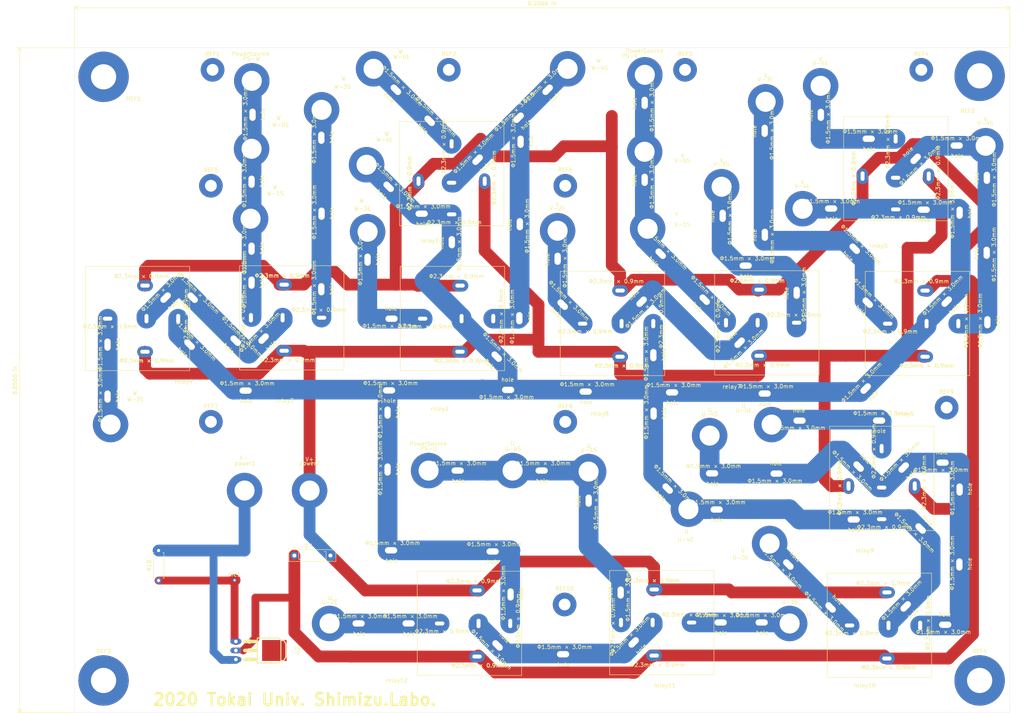
<source format=kicad_pcb>
(kicad_pcb (version 20171130) (host pcbnew "(5.1.4)-1")
  (layers (0 F.Cu signal) (31 B.Cu signal) (34 B.Paste user) (35 F.Paste user) (36 B.SilkS user) (37 F.SilkS user) (38 B.Mask user) (39 F.Mask user) (44 Edge.Cuts user))
  (net 0 "")
  (net 1 /W-5E)
  (net 2 /W-4S)
  (net 3 /W-3S)
  (net 4 NP)
  (net 5 /W-3E)
  (net 6 /W-2E)
  (net 7 /V-5E)
  (net 8 /V-4S)
  (net 9 /V-3S)
  (net 10 /V-3E)
  (net 11 /V-2E)
  (net 12 /U-5E)
  (net 13 /U-4S)
  (net 14 /U-3S)
  (net 15 /U-3E)
  (net 16 /U-2E)
  (net 17 /GND)
  (net 18 "Net-(relay3-Pad87a)")
  (net 19 "Net-(relay7-Pad87a)")
  (net 20 "Net-(relay11-Pad87a)")
  (net 21 /PS-W)
  (net 22 /PS-V)
  (net 23 /PS-U)
  (net 24 "Net-(R10-Pad1)")
  (net 25 /RCSin)
  (net 26 /RCSout)
  (module MountingHole:MountingHole_3mm_Pad (layer F.Cu) (at 136.058 106.482)
    (fp_text reference REF8 (at 0 -4) (layer F.SilkS))
    (fp_text value MountingHole_3mm_Pad)
    (pad 1 thru_hole circle (at 0 0) (size 6 6) (drill 3) (layers *.Cu *.Mask))
  )
  (module MountingHole:MountingHole_3mm_Pad (layer F.Cu) (at 46.058 106.482)
    (fp_text reference REF7 (at 0 -4) (layer F.SilkS))
    (fp_text value MountingHole_3mm_Pad)
    (pad 1 thru_hole circle (at 0 0) (size 6 6) (drill 3) (layers *.Cu *.Mask))
  )
  (module MountingHole:MountingHole_3mm_Pad (layer F.Cu) (at 136.058 46.482)
    (fp_text reference REF6 (at 0 -4) (layer F.SilkS))
    (fp_text value MountingHole_3mm_Pad)
    (pad 1 thru_hole circle (at 0 0) (size 6 6) (drill 3) (layers *.Cu *.Mask))
  )
  (module MountingHole:MountingHole_3mm_Pad (layer F.Cu) (at 46.058 46.482)
    (fp_text reference REF5 (at 0 -4) (layer F.SilkS))
    (fp_text value MountingHole_3mm_Pad)
    (pad 1 thru_hole circle (at 0 0) (size 6 6) (drill 3) (layers *.Cu *.Mask))
  )
  (module MountingHole:MountingHole_3mm_Pad (layer F.Cu) (at 226.482 17.018)
    (fp_text reference REF4 (at 0 -4) (layer F.SilkS))
    (fp_text value MountingHole_3mm_Pad)
    (pad 1 thru_hole circle (at 0 0) (size 6 6) (drill 3) (layers *.Cu *.Mask))
  )
  (module MountingHole:MountingHole_3mm_Pad (layer F.Cu) (at 166.482 17.018)
    (fp_text reference REF3 (at 0 -4) (layer F.SilkS))
    (fp_text value MountingHole_3mm_Pad)
    (pad 1 thru_hole circle (at 0 0) (size 6 6) (drill 3) (layers *.Cu *.Mask))
  )
  (module MountingHole:MountingHole_3mm_Pad (layer F.Cu) (at 106.482 17.018)
    (fp_text reference REF2 (at 0 -4) (layer F.SilkS))
    (fp_text value MountingHole_3mm_Pad)
    (pad 1 thru_hole circle (at 0 0) (size 6 6) (drill 3) (layers *.Cu *.Mask))
  )
  (module Kageyama_Device:0-1432871-1 (layer F.Cu) (at 206.756 55.372 90)
    (fp_text reference relay5 (at -6.35 8.89 180) (layer F.SilkS))
    (fp_text value 0-143287-1)
    (fp_text user "Φ2.3mm × 0.9mm" (at 10.85 2.53 90) (layer F.SilkS))
    (fp_text user "Φ2.3mm × 0.9mm" (at 0.87375 13.90625) (layer F.SilkS))
    (fp_text user "Φ2.3mm × 0.9mm" (at 12.21 23.98 90) (layer F.SilkS))
    (fp_text user "Φ2.3mm × 0.9mm" (at 20.15 11.22 90) (layer F.SilkS))
    (fp_text user "Φ2.3mm × 0.9mm" (at 10.85 2.53 90) (layer F.SilkS))
    (pad 87a thru_hole oval (at 10.95 13.2) (size 4 2.8) (drill oval 2.3 0.9) (layers *.Cu *.Mask) (net 8 /V-4S))
    (pad 85 thru_hole oval (at 11.3 4.8 90) (size 4 2.8) (drill oval 2.3 0.9) (layers *.Cu *.Mask) (net 26 /RCSout))
    (pad 87 thru_hole oval (at 2.9 13.2) (size 4 2.8) (drill oval 2.3 0.9) (layers *.Cu *.Mask) (net 4 NP))
    (pad 30 thru_hole oval (at 20.8 13.2 90) (size 4 2.8) (drill oval 2.3 0.9) (layers *.Cu *.Mask) (net 7 /V-5E))
    (pad 86 thru_hole oval (at 11.3 21.6 90) (size 4 2.8) (drill oval 2.3 0.9) (layers *.Cu *.Mask) (net 25 /RCSin))
  )
  (module MountingHole:MountingHole_3mm_Pad (layer F.Cu) (at 46.482 17.018)
    (fp_text reference REF1 (at 0 -4) (layer F.SilkS))
    (fp_text value MountingHole_3mm_Pad)
    (pad 1 thru_hole circle (at 0 0) (size 6 6) (drill 3) (layers *.Cu *.Mask))
  )
  (module MountingHole:MountingHole_3mm_Pad (layer F.Cu) (at 232.918 102.87)
    (fp_text reference REF9 (at 0 -4) (layer F.SilkS))
    (fp_text value MountingHole_3mm_Pad)
    (pad 1 thru_hole circle (at 0 0) (size 6 6) (drill 3) (layers *.Cu *.Mask))
  )
  (module MountingHole:MountingHole_3mm_Pad (layer F.Cu) (at 135.89 152.908)
    (fp_text reference REF10 (at 0 -4) (layer F.SilkS))
    (fp_text value MountingHole_3mm_Pad)
    (pad 1 thru_hole circle (at 0 0) (size 6 6) (drill 3) (layers *.Cu *.Mask))
  )
  (module Kageyama_Device:Doubanhole (layer F.Cu) (at 116.532035 92.214097 135)
    (fp_text reference hole (at 0 0.499999 135) (layer F.SilkS))
    (fp_text value Doubanhole)
    (fp_text user "Φ1.5mm × 3.0mm" (at -0.27 4.95 135) (layer F.SilkS))
    (pad 1 thru_hole oval (at 0.15 3.1 135) (size 4 2.5) (drill oval 3 1.5) (layers *.Cu *.Mask) (net 4 NP))
  )
  (module Kageyama_Device:Doubanhole (layer F.Cu) (at 94.032 103.99 270)
    (fp_text reference hole (at 0 0.5 90) (layer F.SilkS))
    (fp_text value Doubanhole)
    (fp_text user "Φ1.5mm × 3.0mm" (at -0.27 4.95 90) (layer F.SilkS))
    (pad 1 thru_hole oval (at 0.15 3.1 270) (size 4 2.5) (drill oval 3 1.5) (layers *.Cu *.Mask) (net 4 NP))
  )
  (module MountingHole:MountingHole_6.4mm_M6_Pad (layer F.Cu) (at 18.796 172.212)
    (fp_text reference REF3 (at 0 -7.4) (layer F.SilkS))
    (fp_text value MountingHole_6.4mm_M6_Pad)
    (pad 1 thru_hole circle (at 0 0) (size 12.8 12.8) (drill 6.4) (layers *.Cu *.Mask))
  )
  (module MountingHole:MountingHole_6.4mm_M6_Pad (layer F.Cu) (at 18.796 18.796)
    (fp_text reference REF1 (at 7.62 5.588) (layer F.SilkS))
    (fp_text value MountingHole_6.4mm_M6_Pad)
    (pad 1 thru_hole circle (at 0 0) (size 12.8 12.8) (drill 6.4) (layers *.Cu *.Mask))
  )
  (module MountingHole:MountingHole_6.4mm_M6_Pad (layer F.Cu) (at 241.3 172.212)
    (fp_text reference REF4 (at 0 -7.4) (layer F.SilkS))
    (fp_text value MountingHole_6.4mm_M6_Pad)
    (pad 1 thru_hole circle (at 0 0) (size 12.8 12.8) (drill 6.4) (layers *.Cu *.Mask))
  )
  (module MountingHole:MountingHole_6.4mm_M6_Pad (layer F.Cu) (at 241.3 18.542)
    (fp_text reference REF2 (at -3.048 8.89) (layer F.SilkS))
    (fp_text value MountingHole_6.4mm_M6_Pad)
    (pad 1 thru_hole circle (at 0 0) (size 12.8 12.8) (drill 6.4) (layers *.Cu *.Mask))
  )
  (module Kageyama_Device:Doubanhole (layer F.Cu) (at 39.316035 77.228097 135)
    (fp_text reference hole (at 0 0.499999 135) (layer F.SilkS))
    (fp_text value Doubanhole)
    (fp_text user "Φ1.5mm × 3.0mm" (at -0.27 4.95 135) (layer F.SilkS))
    (pad 1 thru_hole oval (at 0.15 3.1 135) (size 4 2.5) (drill oval 3 1.5) (layers *.Cu *.Mask) (net 18 "Net-(relay3-Pad87a)"))
  )
  (module Kageyama_Device:Doubanhole (layer F.Cu) (at 161.544 89.408 270)
    (fp_text reference hole (at 0 0.5 90) (layer F.SilkS))
    (fp_text value Doubanhole)
    (fp_text user "Φ1.5mm × 3.0mm" (at -0.27 4.95 90) (layer F.SilkS))
    (pad 1 thru_hole oval (at 0.15 3.1 270) (size 4 2.5) (drill oval 3 1.5) (layers *.Cu *.Mask) (net 4 NP))
  )
  (module Kageyama_Device:Doubanhole (layer F.Cu) (at 55.014 101.652 180)
    (fp_text reference hole (at 0 0.5) (layer F.SilkS))
    (fp_text value Doubanhole)
    (fp_text user "Φ1.5mm × 3.0mm" (at -0.27 4.95) (layer F.SilkS))
    (pad 1 thru_hole oval (at 0.15 3.1 180) (size 4 2.5) (drill oval 3 1.5) (layers *.Cu *.Mask) (net 4 NP))
  )
  (module Kageyama_Device:Doubanhole (layer F.Cu) (at 161.596 104.244 270)
    (fp_text reference hole (at 0 0.5 90) (layer F.SilkS))
    (fp_text value Doubanhole)
    (fp_text user "Φ1.5mm × 3.0mm" (at -0.27 4.95 90) (layer F.SilkS))
    (pad 1 thru_hole oval (at 0.15 3.1 270) (size 4 2.5) (drill oval 3 1.5) (layers *.Cu *.Mask) (net 4 NP))
  )
  (module Kageyama_Device:Doubanhole (layer F.Cu) (at 163.322 102.108 180)
    (fp_text reference hole (at 0 0.5) (layer F.SilkS))
    (fp_text value Doubanhole)
    (fp_text user "Φ1.5mm × 3.0mm" (at -0.27 4.95) (layer F.SilkS))
    (pad 1 thru_hole oval (at 0.15 3.1 180) (size 4 2.5) (drill oval 3 1.5) (layers *.Cu *.Mask) (net 4 NP))
  )
  (module Kageyama_Device:Doubanhole (layer F.Cu) (at 94.032 118.468 270)
    (fp_text reference hole (at 0 0.5 90) (layer F.SilkS))
    (fp_text value Doubanhole)
    (fp_text user "Φ1.5mm × 3.0mm" (at -0.27 4.95 90) (layer F.SilkS))
    (pad 1 thru_hole oval (at 0.15 3.1 270) (size 4 2.5) (drill oval 3 1.5) (layers *.Cu *.Mask) (net 4 NP))
  )
  (module Kageyama_Device:Doubanhole (layer F.Cu) (at 117.752 142.546 180)
    (fp_text reference hole (at 0 0.5) (layer F.SilkS))
    (fp_text value Doubanhole)
    (fp_text user "Φ1.5mm × 3.0mm" (at -0.27 4.95) (layer F.SilkS))
    (pad 1 thru_hole oval (at 0.15 3.1 180) (size 4 2.5) (drill oval 3 1.5) (layers *.Cu *.Mask) (net 4 NP))
  )
  (module Kageyama_Device:Doubanhole (layer F.Cu) (at 212.651965 115.557903 315)
    (fp_text reference hole (at 0 0.499999 135) (layer F.SilkS))
    (fp_text value Doubanhole)
    (fp_text user "Φ1.5mm × 3.0mm" (at -0.27 4.95 135) (layer F.SilkS))
    (pad 1 thru_hole oval (at 0.15 3.1 315) (size 4 2.5) (drill oval 3 1.5) (layers *.Cu *.Mask) (net 13 /U-4S))
  )
  (module Kageyama_Device:Doubanhole (layer F.Cu) (at 228.399965 131.305903 315)
    (fp_text reference hole (at 0 0.499999 135) (layer F.SilkS))
    (fp_text value Doubanhole)
    (fp_text user "Φ1.5mm × 3.0mm" (at -0.27 4.95 135) (layer F.SilkS))
    (pad 1 thru_hole oval (at 0.15 3.1 315) (size 4 2.5) (drill oval 3 1.5) (layers *.Cu *.Mask) (net 4 NP))
  )
  (module Kageyama_Device:Doubanhole (layer F.Cu) (at 239.268 142.598 270)
    (fp_text reference hole (at 0 0.5 90) (layer F.SilkS))
    (fp_text value Doubanhole)
    (fp_text user "Φ1.5mm × 3.0mm" (at -0.27 4.95 90) (layer F.SilkS))
    (pad 1 thru_hole oval (at 0.15 3.1 270) (size 4 2.5) (drill oval 3 1.5) (layers *.Cu *.Mask) (net 13 /U-4S))
  )
  (module Kageyama_Device:Doubanhole (layer F.Cu) (at 231.752 113.74)
    (fp_text reference hole (at 0 0.5) (layer F.SilkS))
    (fp_text value Doubanhole)
    (fp_text user "Φ1.5mm × 3.0mm" (at -0.27 4.95) (layer F.SilkS))
    (pad 1 thru_hole oval (at 0.15 3.1) (size 4 2.5) (drill oval 3 1.5) (layers *.Cu *.Mask) (net 13 /U-4S))
  )
  (module Kageyama_Device:Doubanhole (layer F.Cu) (at 207.464035 64.782097 135)
    (fp_text reference hole (at 0 0.499999 135) (layer F.SilkS))
    (fp_text value Doubanhole)
    (fp_text user "Φ1.5mm × 3.0mm" (at -0.27 4.95 135) (layer F.SilkS))
    (pad 1 thru_hole oval (at 0.15 3.1 135) (size 4 2.5) (drill oval 3 1.5) (layers *.Cu *.Mask) (net 10 /V-3E))
  )
  (module Kageyama_Device:Doubanhole (layer F.Cu) (at 182.014 69.902 180)
    (fp_text reference hole (at 0 0.5) (layer F.SilkS))
    (fp_text value Doubanhole)
    (fp_text user "Φ1.5mm × 3.0mm" (at -0.27 4.95) (layer F.SilkS))
    (pad 1 thru_hole oval (at 0.15 3.1 180) (size 4 2.5) (drill oval 3 1.5) (layers *.Cu *.Mask) (net 9 /V-3S))
  )
  (module Kageyama_Device:Doubanhole (layer F.Cu) (at 239.978 63.65 90)
    (fp_text reference hole (at 0 0.5 90) (layer F.SilkS))
    (fp_text value Doubanhole)
    (fp_text user "Φ1.5mm × 3.0mm" (at -0.27 4.95 90) (layer F.SilkS))
    (pad 1 thru_hole oval (at 0.15 3.1 90) (size 4 2.5) (drill oval 3 1.5) (layers *.Cu *.Mask) (net 8 /V-4S))
  )
  (module Kageyama_Device:Doubanhole (layer F.Cu) (at 127.814 35.156 270)
    (fp_text reference hole (at 0 0.5 90) (layer F.SilkS))
    (fp_text value Doubanhole)
    (fp_text user "Φ1.5mm × 3.0mm" (at -0.27 4.95 90) (layer F.SilkS))
    (pad 1 thru_hole oval (at 0.15 3.1 270) (size 4 2.5) (drill oval 3 1.5) (layers *.Cu *.Mask) (net 2 /W-4S))
  )
  (module Kageyama_Device:Doubanhole (layer F.Cu) (at 126.504097 31.295965 225)
    (fp_text reference hole (at 0 0.499999 45) (layer F.SilkS))
    (fp_text value Doubanhole)
    (fp_text user "Φ1.5mm × 3.0mm" (at -0.27 4.95 45) (layer F.SilkS))
    (pad 1 thru_hole oval (at 0.15 3.1 225) (size 4 2.5) (drill oval 3 1.5) (layers *.Cu *.Mask) (net 2 /W-4S))
  )
  (module Kageyama_Device:Doubanhole (layer F.Cu) (at 77.268 53.444 270)
    (fp_text reference hole (at 0 0.5 90) (layer F.SilkS))
    (fp_text value Doubanhole)
    (fp_text user "Φ1.5mm × 3.0mm" (at -0.27 4.95 90) (layer F.SilkS))
    (pad 1 thru_hole oval (at 0.15 3.1 270) (size 4 2.5) (drill oval 3 1.5) (layers *.Cu *.Mask) (net 3 /W-3S))
  )
  (module Kageyama_Device:Doubanhole (layer F.Cu) (at 186.078 160.58 180)
    (fp_text reference hole (at 0 0.5) (layer F.SilkS))
    (fp_text value Doubanhole)
    (fp_text user "Φ1.5mm × 3.0mm" (at -0.27 4.95) (layer F.SilkS))
    (pad 1 thru_hole oval (at 0.15 3.1 180) (size 4 2.5) (drill oval 3 1.5) (layers *.Cu *.Mask) (net 14 /U-3S))
  )
  (module Kageyama_Device:Doubanhole (layer F.Cu) (at 175.664 160.58 180)
    (fp_text reference hole (at 0 0.5) (layer F.SilkS))
    (fp_text value Doubanhole)
    (fp_text user "Φ1.5mm × 3.0mm" (at -0.27 4.95) (layer F.SilkS))
    (pad 1 thru_hole oval (at 0.15 3.1 180) (size 4 2.5) (drill oval 3 1.5) (layers *.Cu *.Mask) (net 14 /U-3S))
  )
  (module Kageyama_Device:Doubanhole (layer F.Cu) (at 147.014 150.01 90)
    (fp_text reference hole (at 0 0.5 90) (layer F.SilkS))
    (fp_text value Doubanhole)
    (fp_text user "Φ1.5mm × 3.0mm" (at -0.27 4.95 90) (layer F.SilkS))
    (pad 1 thru_hole oval (at 0.15 3.1 90) (size 4 2.5) (drill oval 3 1.5) (layers *.Cu *.Mask) (net 23 /PS-U))
  )
  (module Kageyama_Device:Doubanhole (layer F.Cu) (at 205.539965 151.371903 315)
    (fp_text reference hole (at 0 0.499999 135) (layer F.SilkS))
    (fp_text value Doubanhole)
    (fp_text user "Φ1.5mm × 3.0mm" (at -0.27 4.95 135) (layer F.SilkS))
    (pad 1 thru_hole oval (at 0.15 3.1 315) (size 4 2.5) (drill oval 3 1.5) (layers *.Cu *.Mask) (net 15 /U-3E))
  )
  (module Kageyama_Device:Doubanhole (layer F.Cu) (at 194.818 140.462 315)
    (fp_text reference hole (at 0 0.499999 135) (layer F.SilkS))
    (fp_text value Doubanhole)
    (fp_text user "Φ1.5mm × 3.0mm" (at -0.27 4.95 135) (layer F.SilkS))
    (pad 1 thru_hole oval (at 0.15 3.1 315) (size 4 2.5) (drill oval 3 1.5) (layers *.Cu *.Mask) (net 15 /U-3E))
  )
  (module Kageyama_Device:Doubanhole (layer F.Cu) (at 239.32 123.548 270)
    (fp_text reference hole (at 0 0.5 90) (layer F.SilkS))
    (fp_text value Doubanhole)
    (fp_text user "Φ1.5mm × 3.0mm" (at -0.27 4.95 90) (layer F.SilkS))
    (pad 1 thru_hole oval (at 0.15 3.1 270) (size 4 2.5) (drill oval 3 1.5) (layers *.Cu *.Mask) (net 13 /U-4S))
  )
  (module Kageyama_Device:Doubanhole (layer F.Cu) (at 215.9 109.272 180)
    (fp_text reference hole (at 0 0.5) (layer F.SilkS))
    (fp_text value Doubanhole)
    (fp_text user "Φ1.5mm × 3.0mm" (at -0.27 4.95) (layer F.SilkS))
    (pad 1 thru_hole oval (at 0.15 3.1 180) (size 4 2.5) (drill oval 3 1.5) (layers *.Cu *.Mask) (net 12 /U-5E))
  )
  (module Kageyama_Device:Doubanhole (layer F.Cu) (at 214.642097 100.129965 225)
    (fp_text reference hole (at 0 0.499999 45) (layer F.SilkS))
    (fp_text value Doubanhole)
    (fp_text user "Φ1.5mm × 3.0mm" (at -0.27 4.95 45) (layer F.SilkS))
    (pad 1 thru_hole oval (at 0.15 3.1 225) (size 4 2.5) (drill oval 3 1.5) (layers *.Cu *.Mask) (net 4 NP))
  )
  (module Kageyama_Device:Doubanhole (layer F.Cu) (at 227.226 55.678 180)
    (fp_text reference hole (at 0 0.5) (layer F.SilkS))
    (fp_text value Doubanhole)
    (fp_text user "Φ1.5mm × 3.0mm" (at -0.27 4.95) (layer F.SilkS))
    (pad 1 thru_hole oval (at 0.15 3.1 180) (size 4 2.5) (drill oval 3 1.5) (layers *.Cu *.Mask) (net 4 NP))
  )
  (module Kageyama_Device:Doubanhole (layer F.Cu) (at 235.216097 78.031965 225)
    (fp_text reference hole (at 0 0.499999 45) (layer F.SilkS))
    (fp_text value Doubanhole)
    (fp_text user "Φ1.5mm × 3.0mm" (at -0.27 4.95 45) (layer F.SilkS))
    (pad 1 thru_hole oval (at 0.15 3.1 225) (size 4 2.5) (drill oval 3 1.5) (layers *.Cu *.Mask) (net 4 NP))
  )
  (module Kageyama_Device:Doubanhole (layer F.Cu) (at 239.32 53.19 270)
    (fp_text reference hole (at 0 0.5 90) (layer F.SilkS))
    (fp_text value Doubanhole)
    (fp_text user "Φ1.5mm × 3.0mm" (at -0.27 4.95 90) (layer F.SilkS))
    (pad 1 thru_hole oval (at 0.15 3.1 270) (size 4 2.5) (drill oval 3 1.5) (layers *.Cu *.Mask) (net 4 NP))
  )
  (module Kageyama_Device:Doubanhole (layer F.Cu) (at 235.608 39.37 180)
    (fp_text reference hole (at 0 0.5) (layer F.SilkS))
    (fp_text value Doubanhole)
    (fp_text user "Φ1.5mm × 3.0mm" (at -0.27 4.95) (layer F.SilkS))
    (pad 1 thru_hole oval (at 0.15 3.1 180) (size 4 2.5) (drill oval 3 1.5) (layers *.Cu *.Mask) (net 8 /V-4S))
  )
  (module Kageyama_Device:Doubanhole (layer F.Cu) (at 191.718 73.81 90)
    (fp_text reference hole (at 0 0.5 90) (layer F.SilkS))
    (fp_text value Doubanhole)
    (fp_text user "Φ1.5mm × 3.0mm" (at -0.27 4.95 90) (layer F.SilkS))
    (pad 1 thru_hole oval (at 0.15 3.1 90) (size 4 2.5) (drill oval 3 1.5) (layers *.Cu *.Mask) (net 9 /V-3S))
  )
  (module Kageyama_Device:Doubanhole (layer F.Cu) (at 153.149903 73.860035 45)
    (fp_text reference hole (at 0 0.499999 45) (layer F.SilkS))
    (fp_text value Doubanhole)
    (fp_text user "Φ1.5mm × 3.0mm" (at -0.27 4.95 45) (layer F.SilkS))
    (pad 1 thru_hole oval (at 0.15 3.1 45) (size 4 2.5) (drill oval 3 1.5) (layers *.Cu *.Mask) (net 19 "Net-(relay7-Pad87a)"))
  )
  (module Kageyama_Device:Doubanhole (layer F.Cu) (at 133.296035 79.006097 135)
    (fp_text reference hole (at 0 0.499999 135) (layer F.SilkS))
    (fp_text value Doubanhole)
    (fp_text user "Φ1.5mm × 3.0mm" (at -0.27 4.95 135) (layer F.SilkS))
    (pad 1 thru_hole oval (at 0.15 3.1 135) (size 4 2.5) (drill oval 3 1.5) (layers *.Cu *.Mask) (net 11 /V-2E))
  )
  (module Kageyama_Device:Doubanhole (layer F.Cu) (at 169.364035 77.736097 135)
    (fp_text reference hole (at 0 0.499999 135) (layer F.SilkS))
    (fp_text value Doubanhole)
    (fp_text user "Φ1.5mm × 3.0mm" (at -0.27 4.95 135) (layer F.SilkS))
    (pad 1 thru_hole oval (at 0.15 3.1 135) (size 4 2.5) (drill oval 3 1.5) (layers *.Cu *.Mask) (net 22 /PS-V))
  )
  (module Kageyama_Device:Doubanhole (layer F.Cu) (at 213.256 37.644 180)
    (fp_text reference hole (at 0 0.5) (layer F.SilkS))
    (fp_text value Doubanhole)
    (fp_text user "Φ1.5mm × 3.0mm" (at -0.27 4.95) (layer F.SilkS))
    (pad 1 thru_hole oval (at 0.15 3.1 180) (size 4 2.5) (drill oval 3 1.5) (layers *.Cu *.Mask) (net 7 /V-5E))
  )
  (module Kageyama_Device:Doubanhole (layer F.Cu) (at 116.090097 41.963965 225)
    (fp_text reference hole (at 0 0.499999 45) (layer F.SilkS))
    (fp_text value Doubanhole)
    (fp_text user "Φ1.5mm × 3.0mm" (at -0.27 4.95 45) (layer F.SilkS))
    (pad 1 thru_hole oval (at 0.15 3.1 225) (size 4 2.5) (drill oval 3 1.5) (layers *.Cu *.Mask) (net 2 /W-4S))
  )
  (module Kageyama_Device:Doubanhole (layer F.Cu) (at 99.718 56.694 180)
    (fp_text reference hole (at 0 0.5) (layer F.SilkS))
    (fp_text value Doubanhole)
    (fp_text user "Φ1.5mm × 3.0mm" (at -0.27 4.95) (layer F.SilkS))
    (pad 1 thru_hole oval (at 0.15 3.1 180) (size 4 2.5) (drill oval 3 1.5) (layers *.Cu *.Mask) (net 4 NP))
  )
  (module Kageyama_Device:Doubanhole (layer F.Cu) (at 104.14 60.96 90)
    (fp_text reference hole (at 0 0.5 90) (layer F.SilkS))
    (fp_text value Doubanhole)
    (fp_text user "Φ1.5mm × 3.0mm" (at -0.27 4.95 90) (layer F.SilkS))
    (pad 1 thru_hole oval (at 0.15 3.1 90) (size 4 2.5) (drill oval 3 1.5) (layers *.Cu *.Mask) (net 4 NP))
  )
  (module Kageyama_Device:Doubanhole (layer F.Cu) (at 99.514035 32.270097 135)
    (fp_text reference hole (at 0 0.499999 135) (layer F.SilkS))
    (fp_text value Doubanhole)
    (fp_text user "Φ1.5mm × 3.0mm" (at -0.27 4.95 135) (layer F.SilkS))
    (pad 1 thru_hole oval (at 0.15 3.1 135) (size 4 2.5) (drill oval 3 1.5) (layers *.Cu *.Mask) (net 1 /W-5E))
  )
  (module Kageyama_Device:Doubanhole (layer F.Cu) (at 59.488 70.97 270)
    (fp_text reference hole (at 0 0.5 90) (layer F.SilkS))
    (fp_text value Doubanhole)
    (fp_text user "Φ1.5mm × 3.0mm" (at -0.27 4.95 90) (layer F.SilkS))
    (pad 1 thru_hole oval (at 0.15 3.1 270) (size 4 2.5) (drill oval 3 1.5) (layers *.Cu *.Mask) (net 21 /PS-W))
  )
  (module Kageyama_Device:Doubanhole (layer F.Cu) (at 96.416 160.834 180)
    (fp_text reference hole (at 0 0.5) (layer F.SilkS))
    (fp_text value Doubanhole)
    (fp_text user "Φ1.5mm × 3.0mm" (at -0.27 4.95) (layer F.SilkS))
    (pad 1 thru_hole oval (at 0.15 3.1 180) (size 4 2.5) (drill oval 3 1.5) (layers *.Cu *.Mask) (net 16 /U-2E))
  )
  (module Kageyama_Device:Doubanhole (layer F.Cu) (at 83.716 160.834 180)
    (fp_text reference hole (at 0 0.5) (layer F.SilkS))
    (fp_text value Doubanhole)
    (fp_text user "Φ1.5mm × 3.0mm" (at -0.27 4.95) (layer F.SilkS))
    (pad 1 thru_hole oval (at 0.15 3.1 180) (size 4 2.5) (drill oval 3 1.5) (layers *.Cu *.Mask) (net 16 /U-2E))
  )
  (module Kageyama_Device:Doubanhole (layer F.Cu) (at 120.957965 161.023903 315)
    (fp_text reference hole (at 0 0.499999 135) (layer F.SilkS))
    (fp_text value Doubanhole)
    (fp_text user "Φ1.5mm × 3.0mm" (at -0.27 4.95 135) (layer F.SilkS))
    (pad 1 thru_hole oval (at 0.15 3.1 315) (size 4 2.5) (drill oval 3 1.5) (layers *.Cu *.Mask) (net 20 "Net-(relay11-Pad87a)"))
  )
  (module Kageyama_Device:Doubanhole (layer F.Cu) (at 155.714097 164.645965 225)
    (fp_text reference hole (at 0 0.499999 45) (layer F.SilkS))
    (fp_text value Doubanhole)
    (fp_text user "Φ1.5mm × 3.0mm" (at -0.27 4.95 45) (layer F.SilkS))
    (pad 1 thru_hole oval (at 0.15 3.1 225) (size 4 2.5) (drill oval 3 1.5) (layers *.Cu *.Mask) (net 20 "Net-(relay11-Pad87a)"))
  )
  (module Kageyama_Device:Doubanhole (layer F.Cu) (at 108.862 121.972 180)
    (fp_text reference hole (at 0 0.5) (layer F.SilkS))
    (fp_text value Doubanhole)
    (fp_text user "Φ1.5mm × 3.0mm" (at -0.27 4.95) (layer F.SilkS))
    (pad 1 thru_hole oval (at 0.15 3.1 180) (size 4 2.5) (drill oval 3 1.5) (layers *.Cu *.Mask) (net 23 /PS-U))
  )
  (module Kageyama_Device:Doubanhole (layer F.Cu) (at 130.198 121.972 180)
    (fp_text reference hole (at 0 0.5) (layer F.SilkS))
    (fp_text value Doubanhole)
    (fp_text user "Φ1.5mm × 3.0mm" (at -0.27 4.95) (layer F.SilkS))
    (pad 1 thru_hole oval (at 0.15 3.1 180) (size 4 2.5) (drill oval 3 1.5) (layers *.Cu *.Mask) (net 23 /PS-U))
  )
  (module Kageyama_Device:Doubanhole (layer F.Cu) (at 224.294097 120.195965 225)
    (fp_text reference hole (at 0 0.499999 45) (layer F.SilkS))
    (fp_text value Doubanhole)
    (fp_text user "Φ1.5mm × 3.0mm" (at -0.27 4.95 45) (layer F.SilkS))
    (pad 1 thru_hole oval (at 0.15 3.1 225) (size 4 2.5) (drill oval 3 1.5) (layers *.Cu *.Mask) (net 13 /U-4S))
  )
  (module Kageyama_Device:Doubanhole (layer F.Cu) (at 22.912 86.718 270)
    (fp_text reference hole (at 0 0.5 90) (layer F.SilkS))
    (fp_text value Doubanhole)
    (fp_text user "Φ1.5mm × 3.0mm" (at -0.27 4.95 90) (layer F.SilkS))
    (pad 1 thru_hole oval (at 0.15 3.1 270) (size 4 2.5) (drill oval 3 1.5) (layers *.Cu *.Mask) (net 6 /W-2E))
  )
  (module Kageyama_Device:Doubanhole (layer F.Cu) (at 131.012 65.174 90)
    (fp_text reference hole (at 0 0.5 90) (layer F.SilkS))
    (fp_text value Doubanhole)
    (fp_text user "Φ1.5mm × 3.0mm" (at -0.27 4.95 90) (layer F.SilkS))
    (pad 1 thru_hole oval (at 0.15 3.1 90) (size 4 2.5) (drill oval 3 1.5) (layers *.Cu *.Mask) (net 11 /V-2E))
  )
  (module Kageyama_Device:Doubanhole (layer F.Cu) (at 172.922 54.252 90)
    (fp_text reference hole (at 0 0.5 90) (layer F.SilkS))
    (fp_text value Doubanhole)
    (fp_text user "Φ1.5mm × 3.0mm" (at -0.27 4.95 90) (layer F.SilkS))
    (pad 1 thru_hole oval (at 0.15 3.1 90) (size 4 2.5) (drill oval 3 1.5) (layers *.Cu *.Mask) (net 9 /V-3S))
  )
  (module Kageyama_Device:Doubanhole (layer F.Cu) (at 240.03 44.6 90)
    (fp_text reference hole (at 0 0.5 90) (layer F.SilkS))
    (fp_text value Doubanhole)
    (fp_text user "Φ1.5mm × 3.0mm" (at -0.27 4.95 90) (layer F.SilkS))
    (pad 1 thru_hole oval (at 0.15 3.1 90) (size 4 2.5) (drill oval 3 1.5) (layers *.Cu *.Mask) (net 8 /V-4S))
  )
  (module Kageyama_Device:Doubanhole (layer F.Cu) (at 121.412 95.25)
    (fp_text reference hole (at 0 0.5) (layer F.SilkS))
    (fp_text value Doubanhole)
    (fp_text user "Φ1.5mm × 3.0mm" (at -0.27 4.95) (layer F.SilkS))
    (pad 1 thru_hole oval (at 0.15 3.1) (size 4 2.5) (drill oval 3 1.5) (layers *.Cu *.Mask) (net 4 NP))
  )
  (module Kageyama_Device:Doubanhole (layer F.Cu) (at 89.100035 49.034097 135)
    (fp_text reference hole (at 0 0.499999 135) (layer F.SilkS))
    (fp_text value Doubanhole)
    (fp_text user "Φ1.5mm × 3.0mm" (at -0.27 4.95 135) (layer F.SilkS))
    (pad 1 thru_hole oval (at 0.15 3.1 135) (size 4 2.5) (drill oval 3 1.5) (layers *.Cu *.Mask) (net 4 NP))
  )
  (module Kageyama_Device:Doubanhole (layer F.Cu) (at 61.734097 87.429965 225)
    (fp_text reference hole (at 0 0.499999 45) (layer F.SilkS))
    (fp_text value Doubanhole)
    (fp_text user "Φ1.5mm × 3.0mm" (at -0.27 4.95 45) (layer F.SilkS))
    (pad 1 thru_hole oval (at 0.15 3.1 225) (size 4 2.5) (drill oval 3 1.5) (layers *.Cu *.Mask) (net 18 "Net-(relay3-Pad87a)"))
  )
  (module Kageyama_Device:Doubanhole (layer F.Cu) (at 36.842097 77.015965 225)
    (fp_text reference hole (at 0 0.499999 45) (layer F.SilkS))
    (fp_text value Doubanhole)
    (fp_text user "Φ1.5mm × 3.0mm" (at -0.27 4.95 45) (layer F.SilkS))
    (pad 1 thru_hole oval (at 0.15 3.1 225) (size 4 2.5) (drill oval 3 1.5) (layers *.Cu *.Mask) (net 18 "Net-(relay3-Pad87a)"))
  )
  (module Kageyama_Device:Doubanhole (layer F.Cu) (at 50.238035 88.150097 135)
    (fp_text reference hole (at 0 0.499999 135) (layer F.SilkS))
    (fp_text value Doubanhole)
    (fp_text user "Φ1.5mm × 3.0mm" (at -0.27 4.95 135) (layer F.SilkS))
    (pad 1 thru_hole oval (at 0.15 3.1 135) (size 4 2.5) (drill oval 3 1.5) (layers *.Cu *.Mask) (net 18 "Net-(relay3-Pad87a)"))
  )
  (module Kageyama_Device:Doubanhole (layer F.Cu) (at 59.488 62.334 270)
    (fp_text reference hole (at 0 0.5 90) (layer F.SilkS))
    (fp_text value Doubanhole)
    (fp_text user "Φ1.5mm × 3.0mm" (at -0.27 4.95 90) (layer F.SilkS))
    (pad 1 thru_hole oval (at 0.15 3.1 270) (size 4 2.5) (drill oval 3 1.5) (layers *.Cu *.Mask) (net 21 /PS-W))
  )
  (module Kageyama_Device:Doubanhole (layer F.Cu) (at 59.488 45.316 270)
    (fp_text reference hole (at 0 0.5 90) (layer F.SilkS))
    (fp_text value Doubanhole)
    (fp_text user "Φ1.5mm × 3.0mm" (at -0.27 4.95 90) (layer F.SilkS))
    (pad 1 thru_hole oval (at 0.15 3.1 270) (size 4 2.5) (drill oval 3 1.5) (layers *.Cu *.Mask) (net 21 /PS-W))
  )
  (module Kageyama_Device:Doubanhole (layer F.Cu) (at 59.742 28.298 270)
    (fp_text reference hole (at 0 0.5 90) (layer F.SilkS))
    (fp_text value Doubanhole)
    (fp_text user "Φ1.5mm × 3.0mm" (at -0.27 4.95 90) (layer F.SilkS))
    (pad 1 thru_hole oval (at 0.15 3.1 270) (size 4 2.5) (drill oval 3 1.5) (layers *.Cu *.Mask) (net 21 /PS-W))
  )
  (module Kageyama_Device:Doubanhole (layer F.Cu) (at 90.932 24.384 135)
    (fp_text reference hole (at 0 0.499999 135) (layer F.SilkS))
    (fp_text value Doubanhole)
    (fp_text user "Φ1.5mm × 3.0mm" (at -0.27 4.95 135) (layer F.SilkS))
    (pad 1 thru_hole oval (at 0.15 3.1 135) (size 4 2.5) (drill oval 3 1.5) (layers *.Cu *.Mask) (net 1 /W-5E))
  )
  (module Kageyama_Device:Doubanhole (layer F.Cu) (at 133.870097 24.183965 225)
    (fp_text reference hole (at 0 0.499999 45) (layer F.SilkS))
    (fp_text value Doubanhole)
    (fp_text user "Φ1.5mm × 3.0mm" (at -0.27 4.95 45) (layer F.SilkS))
    (pad 1 thru_hole oval (at 0.15 3.1 225) (size 4 2.5) (drill oval 3 1.5) (layers *.Cu *.Mask) (net 2 /W-4S))
  )
  (module Kageyama_Device:Doubanhole (layer F.Cu) (at 224.802097 155.501965 225)
    (fp_text reference hole (at 0 0.499999 45) (layer F.SilkS))
    (fp_text value Doubanhole)
    (fp_text user "Φ1.5mm × 3.0mm" (at -0.27 4.95 45) (layer F.SilkS))
    (pad 1 thru_hole oval (at 0.15 3.1 225) (size 4 2.5) (drill oval 3 1.5) (layers *.Cu *.Mask) (net 4 NP))
  )
  (module Kageyama_Device:Doubanhole (layer F.Cu) (at 22.912 99.926 270)
    (fp_text reference hole (at 0 0.5 90) (layer F.SilkS))
    (fp_text value Doubanhole)
    (fp_text user "Φ1.5mm × 3.0mm" (at -0.27 4.95 90) (layer F.SilkS))
    (pad 1 thru_hole oval (at 0.15 3.1 270) (size 4 2.5) (drill oval 3 1.5) (layers *.Cu *.Mask) (net 6 /W-2E))
  )
  (module Kageyama_Device:Doubanhole (layer F.Cu) (at 158.188035 66.052097 135)
    (fp_text reference hole (at 0 0.499999 135) (layer F.SilkS))
    (fp_text value Doubanhole)
    (fp_text user "Φ1.5mm × 3.0mm" (at -0.27 4.95 135) (layer F.SilkS))
    (pad 1 thru_hole oval (at 0.15 3.1 135) (size 4 2.5) (drill oval 3 1.5) (layers *.Cu *.Mask) (net 22 /PS-V))
  )
  (module Kageyama_Device:Doubanhole (layer F.Cu) (at 153.11 45.108 90)
    (fp_text reference hole (at 0 0.5 90) (layer F.SilkS))
    (fp_text value Doubanhole)
    (fp_text user "Φ1.5mm × 3.0mm" (at -0.27 4.95 90) (layer F.SilkS))
    (pad 1 thru_hole oval (at 0.15 3.1 90) (size 4 2.5) (drill oval 3 1.5) (layers *.Cu *.Mask) (net 22 /PS-V))
  )
  (module Kageyama_Device:Doubanhole (layer F.Cu) (at 153.11 25.55 90)
    (fp_text reference hole (at 0 0.5 90) (layer F.SilkS))
    (fp_text value Doubanhole)
    (fp_text user "Φ1.5mm × 3.0mm" (at -0.27 4.95 90) (layer F.SilkS))
    (pad 1 thru_hole oval (at 0.15 3.1 90) (size 4 2.5) (drill oval 3 1.5) (layers *.Cu *.Mask) (net 22 /PS-V))
  )
  (module Kageyama_Device:Doubanhole (layer F.Cu) (at 183.59 32.662 90)
    (fp_text reference hole (at 0 0.5 90) (layer F.SilkS))
    (fp_text value Doubanhole)
    (fp_text user "Φ1.5mm × 3.0mm" (at -0.27 4.95 90) (layer F.SilkS))
    (pad 1 thru_hole oval (at 0.15 3.1 90) (size 4 2.5) (drill oval 3 1.5) (layers *.Cu *.Mask) (net 10 /V-3E))
  )
  (module Kageyama_Device:Doubanhole (layer F.Cu) (at 127.508 80.01 270)
    (fp_text reference hole (at 0 0.5 90) (layer F.SilkS))
    (fp_text value Doubanhole)
    (fp_text user "Φ1.5mm × 3.0mm" (at -0.27 4.95 90) (layer F.SilkS))
    (pad 1 thru_hole oval (at 0.15 3.1 270) (size 4 2.5) (drill oval 3 1.5) (layers *.Cu *.Mask) (net 2 /W-4S))
  )
  (module Kageyama_Device:Doubanhole (layer F.Cu) (at 91.798 77.164)
    (fp_text reference hole (at 0 0.5) (layer F.SilkS))
    (fp_text value Doubanhole)
    (fp_text user "Φ1.5mm × 3.0mm" (at -0.27 4.95) (layer F.SilkS))
    (pad 1 thru_hole oval (at 0.15 3.1) (size 4 2.5) (drill oval 3 1.5) (layers *.Cu *.Mask) (net 5 /W-3E))
  )
  (module Kageyama_Device:Doubanhole (layer F.Cu) (at 88.952 65.128 270)
    (fp_text reference hole (at 0 0.5 90) (layer F.SilkS))
    (fp_text value Doubanhole)
    (fp_text user "Φ1.5mm × 3.0mm" (at -0.27 4.95 90) (layer F.SilkS))
    (pad 1 thru_hole oval (at 0.15 3.1 270) (size 4 2.5) (drill oval 3 1.5) (layers *.Cu *.Mask) (net 5 /W-3E))
  )
  (module Kageyama_Device:Doubanhole (layer F.Cu) (at 77.216 34.14 270)
    (fp_text reference hole (at 0 0.5 90) (layer F.SilkS))
    (fp_text value Doubanhole)
    (fp_text user "Φ1.5mm × 3.0mm" (at -0.27 4.95 90) (layer F.SilkS))
    (pad 1 thru_hole oval (at 0.15 3.1 270) (size 4 2.5) (drill oval 3 1.5) (layers *.Cu *.Mask) (net 3 /W-3S))
  )
  (module Kageyama_Device:Doubanhole (layer F.Cu) (at 186.84 102.414 180)
    (fp_text reference hole (at 0 0.5) (layer F.SilkS))
    (fp_text value Doubanhole)
    (fp_text user "Φ1.5mm × 3.0mm" (at -0.27 4.95) (layer F.SilkS))
    (pad 1 thru_hole oval (at 0.15 3.1 180) (size 4 2.5) (drill oval 3 1.5) (layers *.Cu *.Mask) (net 4 NP))
  )
  (module Kageyama_Device:Doubanhole (layer F.Cu) (at 173.482 122.682 180)
    (fp_text reference hole (at 0 0.5) (layer F.SilkS))
    (fp_text value Doubanhole)
    (fp_text user "Φ1.5mm × 3.0mm" (at -0.27 4.95) (layer F.SilkS))
    (pad 1 thru_hole oval (at 0.15 3.1 180) (size 4 2.5) (drill oval 3 1.5) (layers *.Cu *.Mask) (net 13 /U-4S))
  )
  (module Kageyama_Device:Doubanhole (layer F.Cu) (at 195.43 103.072)
    (fp_text reference hole (at 0 0.5) (layer F.SilkS))
    (fp_text value Doubanhole)
    (fp_text user "Φ1.5mm × 3.0mm" (at -0.27 4.95) (layer F.SilkS))
    (pad 1 thru_hole oval (at 0.15 3.1) (size 4 2.5) (drill oval 3 1.5) (layers *.Cu *.Mask) (net 12 /U-5E))
  )
  (module Kageyama_Device:Doubanhole (layer F.Cu) (at 174.648 131.878 180)
    (fp_text reference hole (at 0 0.5) (layer F.SilkS))
    (fp_text value Doubanhole)
    (fp_text user "Φ1.5mm × 3.0mm" (at -0.27 4.95) (layer F.SilkS))
    (pad 1 thru_hole oval (at 0.15 3.1 180) (size 4 2.5) (drill oval 3 1.5) (layers *.Cu *.Mask) (net 4 NP))
  )
  (module Kageyama_Device:Doubanhole (layer F.Cu) (at 121.412 56.388 90)
    (fp_text reference hole (at 0 0.5 90) (layer F.SilkS))
    (fp_text value Doubanhole)
    (fp_text user "Φ1.5mm × 3.0mm" (at -0.27 4.95 90) (layer F.SilkS))
    (pad 1 thru_hole oval (at 0.15 3.1 90) (size 4 2.5) (drill oval 3 1.5) (layers *.Cu *.Mask) (net 2 /W-4S))
  )
  (module Kageyama_Device:Doubanhole (layer F.Cu) (at 77.216 72.644 270)
    (fp_text reference hole (at 0 0.5 90) (layer F.SilkS))
    (fp_text value Doubanhole)
    (fp_text user "Φ1.5mm × 3.0mm" (at -0.27 4.95 90) (layer F.SilkS))
    (pad 1 thru_hole oval (at 0.15 3.1 270) (size 4 2.5) (drill oval 3 1.5) (layers *.Cu *.Mask) (net 3 /W-3S))
  )
  (module Kageyama_Device:Doubanhole (layer F.Cu) (at 178.041903 84.274035 45)
    (fp_text reference hole (at 0 0.499999 45) (layer F.SilkS))
    (fp_text value Doubanhole)
    (fp_text user "Φ1.5mm × 3.0mm" (at -0.27 4.95 45) (layer F.SilkS))
    (pad 1 thru_hole oval (at 0.15 3.1 45) (size 4 2.5) (drill oval 3 1.5) (layers *.Cu *.Mask) (net 19 "Net-(relay7-Pad87a)"))
  )
  (module Kageyama_Device:Doubanhole (layer F.Cu) (at 138.886 126.642 90)
    (fp_text reference hole (at 0 0.5 90) (layer F.SilkS))
    (fp_text value Doubanhole)
    (fp_text user "Φ1.5mm × 3.0mm" (at -0.27 4.95 90) (layer F.SilkS))
    (pad 1 thru_hole oval (at 0.15 3.1 90) (size 4 2.5) (drill oval 3 1.5) (layers *.Cu *.Mask) (net 23 /PS-U))
  )
  (module Kageyama_Device:Doubanhole (layer F.Cu) (at 38.554035 89.166097 135)
    (fp_text reference hole (at 0 0.499999 135) (layer F.SilkS))
    (fp_text value Doubanhole)
    (fp_text user "Φ1.5mm × 3.0mm" (at -0.27 4.95 135) (layer F.SilkS))
    (pad 1 thru_hole oval (at 0.15 3.1 135) (size 4 2.5) (drill oval 3 1.5) (layers *.Cu *.Mask) (net 4 NP))
  )
  (module Kageyama_Device:Doubanhole (layer F.Cu) (at 135.636 168.656 180)
    (fp_text reference hole (at 0 0.5) (layer F.SilkS))
    (fp_text value Doubanhole)
    (fp_text user "Φ1.5mm × 3.0mm" (at -0.27 4.95) (layer F.SilkS))
    (pad 1 thru_hole oval (at 0.15 3.1 180) (size 4 2.5) (drill oval 3 1.5) (layers *.Cu *.Mask) (net 20 "Net-(relay11-Pad87a)"))
  )
  (module Kageyama_Device:Doubanhole (layer F.Cu) (at 209.446 134.418 180)
    (fp_text reference hole (at 0 0.5) (layer F.SilkS))
    (fp_text value Doubanhole)
    (fp_text user "Φ1.5mm × 3.0mm" (at -0.27 4.95) (layer F.SilkS))
    (pad 1 thru_hole oval (at 0.15 3.1 180) (size 4 2.5) (drill oval 3 1.5) (layers *.Cu *.Mask) (net 4 NP))
  )
  (module Kageyama_Device:Doubanhole (layer F.Cu) (at 141.374 101.906 180)
    (fp_text reference hole (at 0 0.5) (layer F.SilkS))
    (fp_text value Doubanhole)
    (fp_text user "Φ1.5mm × 3.0mm" (at -0.27 4.95) (layer F.SilkS))
    (pad 1 thru_hole oval (at 0.15 3.1 180) (size 4 2.5) (drill oval 3 1.5) (layers *.Cu *.Mask) (net 4 NP))
  )
  (module Kageyama_Device:Doubanhole (layer F.Cu) (at 91.948 142.24 180)
    (fp_text reference hole (at 0 0.5) (layer F.SilkS))
    (fp_text value Doubanhole)
    (fp_text user "Φ1.5mm × 3.0mm" (at -0.27 4.95) (layer F.SilkS))
    (pad 1 thru_hole oval (at 0.15 3.1 180) (size 4 2.5) (drill oval 3 1.5) (layers *.Cu *.Mask) (net 4 NP))
  )
  (module Kageyama_Device:Doubanhole (layer F.Cu) (at 159.966035 125.742097 135)
    (fp_text reference hole (at 0 0.499999 135) (layer F.SilkS))
    (fp_text value Doubanhole)
    (fp_text user "Φ1.5mm × 3.0mm" (at -0.27 4.95 135) (layer F.SilkS))
    (pad 1 thru_hole oval (at 0.15 3.1 135) (size 4 2.5) (drill oval 3 1.5) (layers *.Cu *.Mask) (net 4 NP))
  )
  (module Kageyama_Device:Doubanhole (layer F.Cu) (at 91.44 101.6 180)
    (fp_text reference hole (at 0 0.5) (layer F.SilkS))
    (fp_text value Doubanhole)
    (fp_text user "Φ1.5mm × 3.0mm" (at -0.27 4.95) (layer F.SilkS))
    (pad 1 thru_hole oval (at 0.15 3.1 180) (size 4 2.5) (drill oval 3 1.5) (layers *.Cu *.Mask) (net 4 NP))
  )
  (module Kageyama_Device:Doubanhole (layer F.Cu) (at 125.274 150.218 270)
    (fp_text reference hole (at 0 0.5 90) (layer F.SilkS))
    (fp_text value Doubanhole)
    (fp_text user "Φ1.5mm × 3.0mm" (at -0.27 4.95 90) (layer F.SilkS))
    (pad 1 thru_hole oval (at 0.15 3.1 270) (size 4 2.5) (drill oval 3 1.5) (layers *.Cu *.Mask) (net 4 NP))
  )
  (module Kageyama_Device:Doubanhole (layer F.Cu) (at 246.38 81.026 270)
    (fp_text reference hole (at 0 0.5 90) (layer F.SilkS))
    (fp_text value Doubanhole)
    (fp_text user "Φ1.5mm × 3.0mm" (at -0.27 4.95 90) (layer F.SilkS))
    (pad 1 thru_hole oval (at 0.15 3.1 270) (size 4 2.5) (drill oval 3 1.5) (layers *.Cu *.Mask) (net 8 /V-4S))
  )
  (module Kageyama_Device:Doubanhole (layer F.Cu) (at 232.41 154.94)
    (fp_text reference hole (at 0 0.5) (layer F.SilkS))
    (fp_text value Doubanhole)
    (fp_text user "Φ1.5mm × 3.0mm" (at -0.27 4.95) (layer F.SilkS))
    (pad 1 thru_hole oval (at 0.15 3.1) (size 4 2.5) (drill oval 3 1.5) (layers *.Cu *.Mask) (net 13 /U-4S))
  )
  (module Kageyama_Device:Doubanhole (layer F.Cu) (at 189.588 116.534)
    (fp_text reference hole (at 0 0.5) (layer F.SilkS))
    (fp_text value Doubanhole)
    (fp_text user "Φ1.5mm × 3.0mm" (at -0.27 4.95) (layer F.SilkS))
    (pad 1 thru_hole oval (at 0.15 3.1) (size 4 2.5) (drill oval 3 1.5) (layers *.Cu *.Mask) (net 13 /U-4S))
  )
  (module Kageyama_Device:Doubanhole (layer F.Cu) (at 210.766035 78.498097 135)
    (fp_text reference hole (at 0 0.499999 135) (layer F.SilkS))
    (fp_text value Doubanhole)
    (fp_text user "Φ1.5mm × 3.0mm" (at -0.27 4.95 135) (layer F.SilkS))
    (pad 1 thru_hole oval (at 0.15 3.1 135) (size 4 2.5) (drill oval 3 1.5) (layers *.Cu *.Mask) (net 10 /V-3E))
  )
  (module Kageyama_Device:Doubanhole (layer F.Cu) (at 183.642 59.078 90)
    (fp_text reference hole (at 0 0.5 90) (layer F.SilkS))
    (fp_text value Doubanhole)
    (fp_text user "Φ1.5mm × 3.0mm" (at -0.27 4.95 90) (layer F.SilkS))
    (pad 1 thru_hole oval (at 0.15 3.1 90) (size 4 2.5) (drill oval 3 1.5) (layers *.Cu *.Mask) (net 10 /V-3E))
  )
  (module Kageyama_Device:Doubanhole (layer F.Cu) (at 197.866 28.598 90)
    (fp_text reference hole (at 0 0.5 90) (layer F.SilkS))
    (fp_text value Doubanhole)
    (fp_text user "Φ1.5mm × 3.0mm" (at -0.27 4.95 90) (layer F.SilkS))
    (pad 1 thru_hole oval (at 0.15 3.1 90) (size 4 2.5) (drill oval 3 1.5) (layers *.Cu *.Mask) (net 7 /V-5E))
  )
  (module Kageyama_Device:Doubanhole (layer F.Cu) (at 203.708 55.372 180)
    (fp_text reference hole (at 0 0.5) (layer F.SilkS))
    (fp_text value Doubanhole)
    (fp_text user "Φ1.5mm × 3.0mm" (at -0.27 4.95) (layer F.SilkS))
    (pad 1 thru_hole oval (at 0.15 3.1 180) (size 4 2.5) (drill oval 3 1.5) (layers *.Cu *.Mask) (net 4 NP))
  )
  (module Kageyama_Device:Doubanhole (layer F.Cu) (at 222.745903 37.538035 45)
    (fp_text reference hole (at 0 0.499999 45) (layer F.SilkS))
    (fp_text value Doubanhole)
    (fp_text user "Φ1.5mm × 3.0mm" (at -0.27 4.95 45) (layer F.SilkS))
    (pad 1 thru_hole oval (at 0.15 3.1 45) (size 4 2.5) (drill oval 3 1.5) (layers *.Cu *.Mask) (net 8 /V-4S))
  )
  (module Kageyama_Device:IRLU024N (layer F.Cu) (at 68.58 164.592 270)
    (fp_text reference U2 (at 0 0.5 90) (layer F.SilkS))
    (fp_text value IRLU024N)
    (pad 3 thru_hole oval (at 2.286 16.184) (size 2.794 1.397) (drill 0.889) (layers *.Cu *.Mask) (net 17 /GND))
    (pad 1 thru_hole oval (at -2.286 16.184) (size 2.794 1.397) (drill 0.889) (layers *.Cu *.Mask) (net 24 "Net-(R10-Pad1)"))
    (pad 4 smd rect (at 0 6.405 270) (size 5.334 6.223) (layers F.Cu F.Paste F.Mask))
    (pad 2 thru_hole oval (at 0 16.184) (size 2.794 1.397) (drill 0.889) (layers *.Cu *.Mask) (net 26 /RCSout))
  )
  (module Kageyama_Device:0-1432871-1 (layer F.Cu) (at 93.98 56.642 90)
    (fp_text reference relay1 (at -3.81 7.62 180) (layer F.SilkS))
    (fp_text value 0-143287-1)
    (fp_text user "Φ2.3mm × 0.9mm" (at 10.85 2.53 90) (layer F.SilkS))
    (fp_text user "Φ2.3mm × 0.9mm" (at 0.87375 13.90625) (layer F.SilkS))
    (fp_text user "Φ2.3mm × 0.9mm" (at 12.21 23.98 90) (layer F.SilkS))
    (fp_text user "Φ2.3mm × 0.9mm" (at 20.15 11.22 90) (layer F.SilkS))
    (fp_text user "Φ2.3mm × 0.9mm" (at 10.85 2.53 90) (layer F.SilkS))
    (pad 87a thru_hole oval (at 10.95 13.2) (size 4 2.8) (drill oval 2.3 0.9) (layers *.Cu *.Mask) (net 2 /W-4S))
    (pad 85 thru_hole oval (at 11.3 4.8 90) (size 4 2.8) (drill oval 2.3 0.9) (layers *.Cu *.Mask) (net 26 /RCSout))
    (pad 87 thru_hole oval (at 2.9 13.2) (size 4 2.8) (drill oval 2.3 0.9) (layers *.Cu *.Mask) (net 4 NP))
    (pad 30 thru_hole oval (at 20.8 13.2 90) (size 4 2.8) (drill oval 2.3 0.9) (layers *.Cu *.Mask) (net 1 /W-5E))
    (pad 86 thru_hole oval (at 11.3 21.6 90) (size 4 2.8) (drill oval 2.3 0.9) (layers *.Cu *.Mask) (net 25 /RCSin))
  )
  (module Kageyama_Device:0-1432871-1 (layer F.Cu) (at 124.968 170.942 180)
    (fp_text reference relay12 (at 31.75 -1.27) (layer F.SilkS))
    (fp_text value 0-143287-1)
    (fp_text user "Φ2.3mm × 0.9mm" (at 10.85 2.53) (layer F.SilkS))
    (fp_text user "Φ2.3mm × 0.9mm" (at 0.87375 13.90625 90) (layer F.SilkS))
    (fp_text user "Φ2.3mm × 0.9mm" (at 12.21 23.98) (layer F.SilkS))
    (fp_text user "Φ2.3mm × 0.9mm" (at 20.15 11.22) (layer F.SilkS))
    (fp_text user "Φ2.3mm × 0.9mm" (at 10.85 2.53) (layer F.SilkS))
    (pad 87a thru_hole oval (at 10.95 13.2 90) (size 4 2.8) (drill oval 2.3 0.9) (layers *.Cu *.Mask) (net 20 "Net-(relay11-Pad87a)"))
    (pad 85 thru_hole oval (at 11.3 4.8 180) (size 4 2.8) (drill oval 2.3 0.9) (layers *.Cu *.Mask) (net 26 /RCSout))
    (pad 87 thru_hole oval (at 2.9 13.2 90) (size 4 2.8) (drill oval 2.3 0.9) (layers *.Cu *.Mask) (net 4 NP))
    (pad 30 thru_hole oval (at 20.8 13.2 180) (size 4 2.8) (drill oval 2.3 0.9) (layers *.Cu *.Mask) (net 16 /U-2E))
    (pad 86 thru_hole oval (at 11.3 21.6 180) (size 4 2.8) (drill oval 2.3 0.9) (layers *.Cu *.Mask) (net 25 /RCSin))
  )
  (module Kageyama_Device:0-1432871-1 (layer F.Cu) (at 147.32 144.272)
    (fp_text reference relay11 (at 13.97 29.21) (layer F.SilkS))
    (fp_text value 0-143287-1)
    (fp_text user "Φ2.3mm × 0.9mm" (at 10.85 2.53) (layer F.SilkS))
    (fp_text user "Φ2.3mm × 0.9mm" (at 0.87375 13.90625 90) (layer F.SilkS))
    (fp_text user "Φ2.3mm × 0.9mm" (at 12.21 23.98) (layer F.SilkS))
    (fp_text user "Φ2.3mm × 0.9mm" (at 20.15 11.22) (layer F.SilkS))
    (fp_text user "Φ2.3mm × 0.9mm" (at 10.85 2.53) (layer F.SilkS))
    (pad 87a thru_hole oval (at 10.95 13.2 270) (size 4 2.8) (drill oval 2.3 0.9) (layers *.Cu *.Mask) (net 20 "Net-(relay11-Pad87a)"))
    (pad 85 thru_hole oval (at 11.3 4.8) (size 4 2.8) (drill oval 2.3 0.9) (layers *.Cu *.Mask) (net 25 /RCSin))
    (pad 87 thru_hole oval (at 2.9 13.2 270) (size 4 2.8) (drill oval 2.3 0.9) (layers *.Cu *.Mask) (net 23 /PS-U))
    (pad 30 thru_hole oval (at 20.8 13.2) (size 4 2.8) (drill oval 2.3 0.9) (layers *.Cu *.Mask) (net 14 /U-3S))
    (pad 86 thru_hole oval (at 11.3 21.6) (size 4 2.8) (drill oval 2.3 0.9) (layers *.Cu *.Mask) (net 26 /RCSout))
  )
  (module Kageyama_Device:0-1432871-1 (layer F.Cu) (at 229.08 171.442 180)
    (fp_text reference relay10 (at 16.99 -2.04) (layer F.SilkS))
    (fp_text value 0-143287-1)
    (fp_text user "Φ2.3mm × 0.9mm" (at 10.85 2.53) (layer F.SilkS))
    (fp_text user "Φ2.3mm × 0.9mm" (at 0.87375 13.90625 90) (layer F.SilkS))
    (fp_text user "Φ2.3mm × 0.9mm" (at 12.21 23.98) (layer F.SilkS))
    (fp_text user "Φ2.3mm × 0.9mm" (at 20.15 11.22) (layer F.SilkS))
    (fp_text user "Φ2.3mm × 0.9mm" (at 10.85 2.53) (layer F.SilkS))
    (pad 87a thru_hole oval (at 10.95 13.2 90) (size 4 2.8) (drill oval 2.3 0.9) (layers *.Cu *.Mask) (net 4 NP))
    (pad 85 thru_hole oval (at 11.3 4.8 180) (size 4 2.8) (drill oval 2.3 0.9) (layers *.Cu *.Mask) (net 26 /RCSout))
    (pad 87 thru_hole oval (at 2.9 13.2 90) (size 4 2.8) (drill oval 2.3 0.9) (layers *.Cu *.Mask) (net 13 /U-4S))
    (pad 30 thru_hole oval (at 20.8 13.2 180) (size 4 2.8) (drill oval 2.3 0.9) (layers *.Cu *.Mask) (net 15 /U-3E))
    (pad 86 thru_hole oval (at 11.3 21.6 180) (size 4 2.8) (drill oval 2.3 0.9) (layers *.Cu *.Mask) (net 25 /RCSin))
  )
  (module Kageyama_Device:0-1432871-1 (layer F.Cu) (at 203.2 134.112 90)
    (fp_text reference relay9 (at -5.08 8.89 180) (layer F.SilkS))
    (fp_text value 0-143287-1)
    (fp_text user "Φ2.3mm × 0.9mm" (at 10.85 2.53 90) (layer F.SilkS))
    (fp_text user "Φ2.3mm × 0.9mm" (at 0.87375 13.90625) (layer F.SilkS))
    (fp_text user "Φ2.3mm × 0.9mm" (at 12.21 23.98 90) (layer F.SilkS))
    (fp_text user "Φ2.3mm × 0.9mm" (at 20.15 11.22 90) (layer F.SilkS))
    (fp_text user "Φ2.3mm × 0.9mm" (at 10.85 2.53 90) (layer F.SilkS))
    (pad 87a thru_hole oval (at 10.95 13.2) (size 4 2.8) (drill oval 2.3 0.9) (layers *.Cu *.Mask) (net 13 /U-4S))
    (pad 85 thru_hole oval (at 11.3 4.8 90) (size 4 2.8) (drill oval 2.3 0.9) (layers *.Cu *.Mask) (net 25 /RCSin))
    (pad 87 thru_hole oval (at 2.9 13.2) (size 4 2.8) (drill oval 2.3 0.9) (layers *.Cu *.Mask) (net 4 NP))
    (pad 30 thru_hole oval (at 20.8 13.2 90) (size 4 2.8) (drill oval 2.3 0.9) (layers *.Cu *.Mask) (net 12 /U-5E))
    (pad 86 thru_hole oval (at 11.3 21.6 90) (size 4 2.8) (drill oval 2.3 0.9) (layers *.Cu *.Mask) (net 26 /RCSout))
  )
  (module Kageyama_Device:0-1432871-1 (layer F.Cu) (at 161.29 94.742 180)
    (fp_text reference relay8 (at 16.51 -9.66) (layer F.SilkS))
    (fp_text value 0-143287-1)
    (fp_text user "Φ2.3mm × 0.9mm" (at 10.85 2.53) (layer F.SilkS))
    (fp_text user "Φ2.3mm × 0.9mm" (at 0.87375 13.90625 90) (layer F.SilkS))
    (fp_text user "Φ2.3mm × 0.9mm" (at 12.21 23.98) (layer F.SilkS))
    (fp_text user "Φ2.3mm × 0.9mm" (at 20.15 11.22) (layer F.SilkS))
    (fp_text user "Φ2.3mm × 0.9mm" (at 10.85 2.53) (layer F.SilkS))
    (pad 87a thru_hole oval (at 10.95 13.2 90) (size 4 2.8) (drill oval 2.3 0.9) (layers *.Cu *.Mask) (net 19 "Net-(relay7-Pad87a)"))
    (pad 85 thru_hole oval (at 11.3 4.8 180) (size 4 2.8) (drill oval 2.3 0.9) (layers *.Cu *.Mask) (net 25 /RCSin))
    (pad 87 thru_hole oval (at 2.9 13.2 90) (size 4 2.8) (drill oval 2.3 0.9) (layers *.Cu *.Mask) (net 4 NP))
    (pad 30 thru_hole oval (at 20.8 13.2 180) (size 4 2.8) (drill oval 2.3 0.9) (layers *.Cu *.Mask) (net 11 /V-2E))
    (pad 86 thru_hole oval (at 11.3 21.6 180) (size 4 2.8) (drill oval 2.3 0.9) (layers *.Cu *.Mask) (net 26 /RCSout))
  )
  (module Kageyama_Device:0-1432871-1 (layer F.Cu) (at 173.99 68.072)
    (fp_text reference relay7 (at 4.318 29.464) (layer F.SilkS))
    (fp_text value 0-143287-1)
    (fp_text user "Φ2.3mm × 0.9mm" (at 10.85 2.53) (layer F.SilkS))
    (fp_text user "Φ2.3mm × 0.9mm" (at 0.87375 13.90625 90) (layer F.SilkS))
    (fp_text user "Φ2.3mm × 0.9mm" (at 12.21 23.98) (layer F.SilkS))
    (fp_text user "Φ2.3mm × 0.9mm" (at 20.15 11.22) (layer F.SilkS))
    (fp_text user "Φ2.3mm × 0.9mm" (at 10.85 2.53) (layer F.SilkS))
    (pad 87a thru_hole oval (at 10.95 13.2 270) (size 4 2.8) (drill oval 2.3 0.9) (layers *.Cu *.Mask) (net 19 "Net-(relay7-Pad87a)"))
    (pad 85 thru_hole oval (at 11.3 4.8) (size 4 2.8) (drill oval 2.3 0.9) (layers *.Cu *.Mask) (net 26 /RCSout))
    (pad 87 thru_hole oval (at 2.9 13.2 270) (size 4 2.8) (drill oval 2.3 0.9) (layers *.Cu *.Mask) (net 22 /PS-V))
    (pad 30 thru_hole oval (at 20.8 13.2) (size 4 2.8) (drill oval 2.3 0.9) (layers *.Cu *.Mask) (net 9 /V-3S))
    (pad 86 thru_hole oval (at 11.3 21.6) (size 4 2.8) (drill oval 2.3 0.9) (layers *.Cu *.Mask) (net 25 /RCSin))
  )
  (module Kageyama_Device:0-1432871-1 (layer F.Cu) (at 238.76 94.742 180)
    (fp_text reference relay6 (at 16.51 -9.66) (layer F.SilkS))
    (fp_text value 0-143287-1)
    (fp_text user "Φ2.3mm × 0.9mm" (at 10.85 2.53) (layer F.SilkS))
    (fp_text user "Φ2.3mm × 0.9mm" (at 0.87375 13.90625 90) (layer F.SilkS))
    (fp_text user "Φ2.3mm × 0.9mm" (at 12.21 23.98) (layer F.SilkS))
    (fp_text user "Φ2.3mm × 0.9mm" (at 20.15 11.22) (layer F.SilkS))
    (fp_text user "Φ2.3mm × 0.9mm" (at 10.85 2.53) (layer F.SilkS))
    (pad 87a thru_hole oval (at 10.95 13.2 90) (size 4 2.8) (drill oval 2.3 0.9) (layers *.Cu *.Mask) (net 4 NP))
    (pad 85 thru_hole oval (at 11.3 4.8 180) (size 4 2.8) (drill oval 2.3 0.9) (layers *.Cu *.Mask) (net 25 /RCSin))
    (pad 87 thru_hole oval (at 2.9 13.2 90) (size 4 2.8) (drill oval 2.3 0.9) (layers *.Cu *.Mask) (net 8 /V-4S))
    (pad 30 thru_hole oval (at 20.8 13.2 180) (size 4 2.8) (drill oval 2.3 0.9) (layers *.Cu *.Mask) (net 10 /V-3E))
    (pad 86 thru_hole oval (at 11.3 21.6 180) (size 4 2.8) (drill oval 2.3 0.9) (layers *.Cu *.Mask) (net 26 /RCSout))
  )
  (module Kageyama_Device:0-1432871-1 (layer F.Cu) (at 40.64 93.472 180)
    (fp_text reference relay4 (at 1.524 -2.794) (layer F.SilkS))
    (fp_text value 0-143287-1)
    (fp_text user "Φ2.3mm × 0.9mm" (at 10.85 2.53) (layer F.SilkS))
    (fp_text user "Φ2.3mm × 0.9mm" (at 0.87375 13.90625 90) (layer F.SilkS))
    (fp_text user "Φ2.3mm × 0.9mm" (at 12.21 23.98) (layer F.SilkS))
    (fp_text user "Φ2.3mm × 0.9mm" (at 20.15 11.22) (layer F.SilkS))
    (fp_text user "Φ2.3mm × 0.9mm" (at 10.85 2.53) (layer F.SilkS))
    (pad 87a thru_hole oval (at 10.95 13.2 90) (size 4 2.8) (drill oval 2.3 0.9) (layers *.Cu *.Mask) (net 18 "Net-(relay3-Pad87a)"))
    (pad 85 thru_hole oval (at 11.3 4.8 180) (size 4 2.8) (drill oval 2.3 0.9) (layers *.Cu *.Mask) (net 25 /RCSin))
    (pad 87 thru_hole oval (at 2.9 13.2 90) (size 4 2.8) (drill oval 2.3 0.9) (layers *.Cu *.Mask) (net 4 NP))
    (pad 30 thru_hole oval (at 20.8 13.2 180) (size 4 2.8) (drill oval 2.3 0.9) (layers *.Cu *.Mask) (net 6 /W-2E))
    (pad 86 thru_hole oval (at 11.3 21.6 180) (size 4 2.8) (drill oval 2.3 0.9) (layers *.Cu *.Mask) (net 26 /RCSout))
  )
  (module Kageyama_Device:0-1432871-1 (layer F.Cu) (at 53.34 66.802)
    (fp_text reference relay3 (at 11.43 34.29) (layer F.SilkS))
    (fp_text value 0-143287-1)
    (fp_text user "Φ2.3mm × 0.9mm" (at 10.85 2.53) (layer F.SilkS))
    (fp_text user "Φ2.3mm × 0.9mm" (at 0.87375 13.90625 90) (layer F.SilkS))
    (fp_text user "Φ2.3mm × 0.9mm" (at 12.21 23.98) (layer F.SilkS))
    (fp_text user "Φ2.3mm × 0.9mm" (at 20.15 11.22) (layer F.SilkS))
    (fp_text user "Φ2.3mm × 0.9mm" (at 10.85 2.53) (layer F.SilkS))
    (pad 87a thru_hole oval (at 10.95 13.2 270) (size 4 2.8) (drill oval 2.3 0.9) (layers *.Cu *.Mask) (net 18 "Net-(relay3-Pad87a)"))
    (pad 85 thru_hole oval (at 11.3 4.8) (size 4 2.8) (drill oval 2.3 0.9) (layers *.Cu *.Mask) (net 26 /RCSout))
    (pad 87 thru_hole oval (at 2.9 13.2 270) (size 4 2.8) (drill oval 2.3 0.9) (layers *.Cu *.Mask) (net 21 /PS-W))
    (pad 30 thru_hole oval (at 20.8 13.2) (size 4 2.8) (drill oval 2.3 0.9) (layers *.Cu *.Mask) (net 3 /W-3S))
    (pad 86 thru_hole oval (at 11.3 21.6) (size 4 2.8) (drill oval 2.3 0.9) (layers *.Cu *.Mask) (net 25 /RCSin))
  )
  (module Kageyama_Device:0-1432871-1 (layer F.Cu) (at 120.65 93.472 180)
    (fp_text reference relay2 (at 16.51 -9.66) (layer F.SilkS))
    (fp_text value 0-143287-1)
    (fp_text user "Φ2.3mm × 0.9mm" (at 10.85 2.53) (layer F.SilkS))
    (fp_text user "Φ2.3mm × 0.9mm" (at 0.87375 13.90625 90) (layer F.SilkS))
    (fp_text user "Φ2.3mm × 0.9mm" (at 12.21 23.98) (layer F.SilkS))
    (fp_text user "Φ2.3mm × 0.9mm" (at 20.15 11.22) (layer F.SilkS))
    (fp_text user "Φ2.3mm × 0.9mm" (at 10.85 2.53) (layer F.SilkS))
    (pad 87a thru_hole oval (at 10.95 13.2 90) (size 4 2.8) (drill oval 2.3 0.9) (layers *.Cu *.Mask) (net 4 NP))
    (pad 85 thru_hole oval (at 11.3 4.8 180) (size 4 2.8) (drill oval 2.3 0.9) (layers *.Cu *.Mask) (net 25 /RCSin))
    (pad 87 thru_hole oval (at 2.9 13.2 90) (size 4 2.8) (drill oval 2.3 0.9) (layers *.Cu *.Mask) (net 2 /W-4S))
    (pad 30 thru_hole oval (at 20.8 13.2 180) (size 4 2.8) (drill oval 2.3 0.9) (layers *.Cu *.Mask) (net 5 /W-3E))
    (pad 86 thru_hole oval (at 11.3 21.6 180) (size 4 2.8) (drill oval 2.3 0.9) (layers *.Cu *.Mask) (net 26 /RCSout))
  )
  (module Resistor_THT:R_Axial_DIN0207_L6.3mm_D2.5mm_P7.62mm_Horizontal (layer F.Cu) (at 32.766 146.812 90)
    (fp_text reference R10 (at 3.81 -2.37 90) (layer F.SilkS))
    (fp_text value R)
    (pad 2 thru_hole oval (at 7.62 0 90) (size 1.6 1.6) (drill 0.8) (layers *.Cu *.Mask) (net 17 /GND))
    (pad 1 thru_hole circle (at 0 0 90) (size 1.6 1.6) (drill 0.8) (layers *.Cu *.Mask) (net 24 "Net-(R10-Pad1)"))
  )
  (module Kageyama_Device:PowerSource (layer F.Cu) (at 101.296 112.776)
    (fp_text reference PS-U (at 0 0.5) (layer F.SilkS))
    (fp_text value PowerSource (at 0 -0.762) (layer F.SilkS))
    (pad 1 thru_hole circle (at 0.05 6.1) (size 9 9) (drill 5.1) (layers *.Cu *.Mask) (net 23 /PS-U))
  )
  (module Kageyama_Device:PowerSource (layer F.Cu) (at 156.21 12.192)
    (fp_text reference PS-V (at -3.81 1.27) (layer F.SilkS))
    (fp_text value PowerSource (at 0 0) (layer F.SilkS))
    (pad 1 thru_hole circle (at 0.05 6.1) (size 9 9) (drill 5.1) (layers *.Cu *.Mask) (net 22 /PS-V))
  )
  (module Kageyama_Device:PowerSource (layer F.Cu) (at 56.388 13.716)
    (fp_text reference PS-W (at 0 0.5) (layer F.SilkS))
    (fp_text value PowerSource (at -0.254 -0.762) (layer F.SilkS))
    (pad 1 thru_hole circle (at 0.05 6.1) (size 9 9) (drill 5.1) (layers *.Cu *.Mask) (net 21 /PS-W))
  )
  (module Kageyama_Device:V+ (layer F.Cu) (at 71.12 116.502)
    (fp_text reference power2 (at 0 0.5) (layer F.SilkS))
    (fp_text value V+ (at 0 -0.5) (layer F.SilkS))
    (pad 1 thru_hole circle (at 0 7.45) (size 9 9) (drill 5.1) (layers *.Cu *.Mask) (net 25 /RCSin))
  )
  (module Kageyama_Device:V- (layer F.Cu) (at 54.66 116.552)
    (fp_text reference power1 (at 0 0.5) (layer F.SilkS))
    (fp_text value V- (at -0.304 -0.982) (layer F.SilkS))
    (pad 1 thru_hole circle (at -0.05 7.4) (size 9 9) (drill 5.1) (layers *.Cu *.Mask) (net 17 /GND))
  )
  (module Kageyama_Device:OUTPUT (layer F.Cu) (at 52.07 144.78)
    (fp_text reference mc1 (at 0 0.5) (layer F.SilkS))
    (fp_text value OUTPUT)
    (pad 1 thru_hole circle (at 0 1.95) (size 1 1) (drill 0.5) (layers *.Cu *.Mask) (net 24 "Net-(R10-Pad1)"))
  )
  (module Kageyama_Device:U (layer F.Cu) (at 76.25 151.734)
    (fp_text reference U-2E (at 0 0.5) (layer F.SilkS))
    (fp_text value U (at 0 -0.5) (layer F.SilkS))
    (pad 1 thru_hole circle (at -0.05 6) (size 9 9) (drill 5.1) (layers *.Cu *.Mask) (net 16 /U-2E))
  )
  (module Kageyama_Device:U (layer F.Cu) (at 188.01 131.414)
    (fp_text reference U-3E (at -7.416 9.556) (layer F.SilkS))
    (fp_text value U (at -6.908 7.778) (layer F.SilkS))
    (pad 1 thru_hole circle (at -0.05 6) (size 9 9) (drill 5.1) (layers *.Cu *.Mask) (net 15 /U-3E))
  )
  (module Kageyama_Device:U (layer F.Cu) (at 167.386 122.682)
    (fp_text reference U-4E (at -0.762 13.716) (layer F.SilkS))
    (fp_text value U (at -0.508 11.684) (layer F.SilkS))
    (pad 1 thru_hole circle (at -0.05 6) (size 9 9) (drill 5.1) (layers *.Cu *.Mask) (net 4 NP))
  )
  (module Kageyama_Device:U (layer F.Cu) (at 122.732 112.872)
    (fp_text reference U-6S (at 0 0.5) (layer F.SilkS))
    (fp_text value U (at -0.05 -0.858) (layer F.SilkS))
    (pad 1 thru_hole circle (at -0.05 6) (size 9 9) (drill 5.1) (layers *.Cu *.Mask) (net 23 /PS-U))
  )
  (module Kageyama_Device:U (layer F.Cu) (at 142.036 113.126)
    (fp_text reference U-1S (at 0 0.5) (layer F.SilkS))
    (fp_text value U (at 0 -0.5) (layer F.SilkS))
    (pad 1 thru_hole circle (at -0.05 6) (size 9 9) (drill 5.1) (layers *.Cu *.Mask) (net 23 /PS-U))
  )
  (module Kageyama_Device:U (layer F.Cu) (at 193.09 151.734)
    (fp_text reference U-3S (at 0 0.5) (layer F.SilkS))
    (fp_text value U (at 4.776 3.714) (layer F.SilkS))
    (pad 1 thru_hole circle (at -0.05 6) (size 9 9) (drill 5.1) (layers *.Cu *.Mask) (net 14 /U-3S))
  )
  (module Kageyama_Device:U (layer F.Cu) (at 172.77 103.982)
    (fp_text reference U-4S (at 0 0.5) (layer F.SilkS))
    (fp_text value U (at 0 -0.5) (layer F.SilkS))
    (pad 1 thru_hole circle (at -0.05 6) (size 9 9) (drill 5.1) (layers *.Cu *.Mask) (net 13 /U-4S))
  )
  (module Kageyama_Device:U (layer F.Cu) (at 188.518 101.188)
    (fp_text reference U-5E (at -7.162 2.444) (layer F.SilkS))
    (fp_text value U (at -7.162 1.174) (layer F.SilkS))
    (pad 1 thru_hole circle (at -0.05 6) (size 9 9) (drill 5.1) (layers *.Cu *.Mask) (net 12 /U-5E))
  )
  (module Kageyama_Device:V (layer F.Cu) (at 134.062 51.962)
    (fp_text reference V-2E (at 0 0.25) (layer F.SilkS))
    (fp_text value V (at 0 -0.75) (layer F.SilkS))
    (pad 1 thru_hole circle (at 0.05 5.95) (size 9 9) (drill 5.1) (layers *.Cu *.Mask) (net 11 /V-2E))
  )
  (module Kageyama_Device:V (layer F.Cu) (at 186.894 19.196)
    (fp_text reference V-3E (at 0 0.25) (layer F.SilkS))
    (fp_text value V (at 0 -0.75) (layer F.SilkS))
    (pad 1 thru_hole circle (at 0.05 5.95) (size 9 9) (drill 5.1) (layers *.Cu *.Mask) (net 10 /V-3E))
  )
  (module Kageyama_Device:V (layer F.Cu) (at 196.292 46.374)
    (fp_text reference V-4E (at 0 0.25) (layer F.SilkS))
    (fp_text value V (at 0 -0.75) (layer F.SilkS))
    (pad 1 thru_hole circle (at 0.05 5.95) (size 9 9) (drill 5.1) (layers *.Cu *.Mask) (net 4 NP))
  )
  (module Kageyama_Device:V (layer F.Cu) (at 156.16 31.896)
    (fp_text reference V-6S (at 9.702 8.236) (layer F.SilkS))
    (fp_text value V (at 9.702 6.966) (layer F.SilkS))
    (pad 1 thru_hole circle (at 0.05 5.95) (size 9 9) (drill 5.1) (layers *.Cu *.Mask) (net 22 /PS-V))
  )
  (module Kageyama_Device:V (layer F.Cu) (at 156.922 51.454)
    (fp_text reference V-1S (at 8.94 4.934) (layer F.SilkS))
    (fp_text value V (at 7.416 2.14) (layer F.SilkS))
    (pad 1 thru_hole circle (at 0.05 5.95) (size 9 9) (drill 5.1) (layers *.Cu *.Mask) (net 22 /PS-V))
  )
  (module Kageyama_Device:V (layer F.Cu) (at 175.718 40.786)
    (fp_text reference V-3S (at 0 0.25) (layer F.SilkS))
    (fp_text value V (at 0 -0.75) (layer F.SilkS))
    (pad 1 thru_hole circle (at 0.05 5.95) (size 9 9) (drill 5.1) (layers *.Cu *.Mask) (net 9 /V-3S))
  )
  (module Kageyama_Device:V (layer F.Cu) (at 242.774 30.372)
    (fp_text reference V-4S (at 0 0.25) (layer F.SilkS))
    (fp_text value V (at 0 -0.75) (layer F.SilkS))
    (pad 1 thru_hole circle (at 0.05 5.95) (size 9 9) (drill 5.1) (layers *.Cu *.Mask) (net 8 /V-4S))
  )
  (module Kageyama_Device:V (layer F.Cu) (at 200.864 15.132)
    (fp_text reference V-5E (at 0 0.25) (layer F.SilkS))
    (fp_text value V (at 0 -0.75) (layer F.SilkS))
    (pad 1 thru_hole circle (at 0.05 5.95) (size 9 9) (drill 5.1) (layers *.Cu *.Mask) (net 7 /V-5E))
  )
  (module Kageyama_Device:W (layer F.Cu) (at 20.574 107.188)
    (fp_text reference W-2E (at 6.3 -6.45) (layer F.SilkS))
    (fp_text value W (at 6.2 -8) (layer F.SilkS))
    (pad 1 thru_hole circle (at 0 0) (size 9 9) (drill 5.1) (layers *.Cu *.Mask) (net 6 /W-2E))
  )
  (module Kageyama_Device:W (layer F.Cu) (at 85.852 58.166)
    (fp_text reference W-3E (at -1.27 -5.842) (layer F.SilkS))
    (fp_text value W (at -1.524 -7.874) (layer F.SilkS))
    (pad 1 thru_hole circle (at 0 0) (size 9 9) (drill 5.1) (layers *.Cu *.Mask) (net 5 /W-3E))
  )
  (module Kageyama_Device:W (layer F.Cu) (at 85.598 41.148)
    (fp_text reference W-4E (at 4.572 -6.35) (layer F.SilkS))
    (fp_text value W (at 5.08 -7.874) (layer F.SilkS))
    (pad 1 thru_hole circle (at 0 0) (size 9 9) (drill 5.1) (layers *.Cu *.Mask) (net 4 NP))
  )
  (module Kageyama_Device:W (layer F.Cu) (at 56.388 37.084)
    (fp_text reference W-6S (at 7.366 -6.096) (layer F.SilkS))
    (fp_text value W (at 6.858 -7.874) (layer F.SilkS))
    (pad 1 thru_hole circle (at 0 0) (size 9 9) (drill 5.1) (layers *.Cu *.Mask) (net 21 /PS-W))
  )
  (module Kageyama_Device:W (layer F.Cu) (at 56.134 54.864)
    (fp_text reference W-1S (at 6.3 -6.45) (layer F.SilkS))
    (fp_text value W (at 6.2 -8) (layer F.SilkS))
    (pad 1 thru_hole circle (at 0 0) (size 9 9) (drill 5.1) (layers *.Cu *.Mask) (net 21 /PS-W))
  )
  (module Kageyama_Device:W (layer F.Cu) (at 74.168 27.178)
    (fp_text reference W-3S (at 5.334 -5.842) (layer F.SilkS))
    (fp_text value W (at 5.588 -7.874) (layer F.SilkS))
    (pad 1 thru_hole circle (at 0 0) (size 9 9) (drill 5.1) (layers *.Cu *.Mask) (net 3 /W-3S))
  )
  (module Kageyama_Device:W (layer F.Cu) (at 136.652 16.764)
    (fp_text reference W-4S (at 8.128 -0.254) (layer F.SilkS))
    (fp_text value W (at 7.874 -2.032) (layer F.SilkS))
    (pad 1 thru_hole circle (at 0 0) (size 9 9) (drill 5.1) (layers *.Cu *.Mask) (net 2 /W-4S))
  )
  (module Kageyama_Device:W (layer F.Cu) (at 87.376 16.764)
    (fp_text reference W-5E (at 7.112 -3.048) (layer F.SilkS))
    (fp_text value W (at 6.858 -4.318) (layer F.SilkS))
    (pad 1 thru_hole circle (at 0 0) (size 9 9) (drill 5.1) (layers *.Cu *.Mask) (net 1 /W-5E))
  )
  (module Kageyama_Device:Diode (layer F.Cu) (at 67.31 140.462)
    (fp_text reference D7 (at 3.45 -2.35) (layer F.SilkS))
    (fp_text value Diode)
    (pad 2 thru_hole circle (at 9.1 0) (size 2 2) (drill 1) (layers *.Cu *.Mask) (net 25 /RCSin))
    (pad 1 thru_hole circle (at -0.05 0) (size 2 2) (drill 1) (layers *.Cu *.Mask) (net 26 /RCSout))
  )
  (gr_text "2020 Tokai Univ. Shimizu.Labo." (at 67.31 177.038) (layer F.SilkS) (effects (font (size 3 3) (thickness 0.6))))
  (dimension 168.91 (width 0.12) (layer F.SilkS) (gr_text "168.910 mm" (at -3.81 95.885 270) (layer F.SilkS) (effects (font (size 1 1) (thickness 0.15)))) (feature1 (pts (xy 11.43 180.34) (xy -3.126421 180.34))) (feature2 (pts (xy 11.43 11.43) (xy -3.126421 11.43))) (crossbar (pts (xy -2.54 11.43) (xy -2.54 180.34))) (arrow1a (pts (xy -2.54 180.34) (xy -3.126421 179.213496))) (arrow1b (pts (xy -2.54 180.34) (xy -1.953579 179.213496))) (arrow2a (pts (xy -2.54 11.43) (xy -3.126421 12.556504))) (arrow2b (pts (xy -2.54 11.43) (xy -1.953579 12.556504))))
  (dimension 237.49 (width 0.12) (layer F.SilkS) (gr_text "237.490 mm" (at 130.175 0) (layer F.SilkS) (effects (font (size 1 1) (thickness 0.15)))) (feature1 (pts (xy 248.92 11.43) (xy 248.92 0.683579))) (feature2 (pts (xy 11.43 11.43) (xy 11.43 0.683579))) (crossbar (pts (xy 11.43 1.27) (xy 248.92 1.27))) (arrow1a (pts (xy 248.92 1.27) (xy 247.793496 1.856421))) (arrow1b (pts (xy 248.92 1.27) (xy 247.793496 0.683579))) (arrow2a (pts (xy 11.43 1.27) (xy 12.556504 1.856421))) (arrow2b (pts (xy 11.43 1.27) (xy 12.556504 0.683579))))
  (gr_line (start 11.43 11.43) (end 248.92 11.43) (layer Edge.Cuts) (width 0.05))
  (gr_line (start 11.43 180.34) (end 11.43 11.43) (layer Edge.Cuts) (width 0.05))
  (gr_line (start 248.92 11.43) (end 248.92 180.34) (layer Edge.Cuts) (width 0.05))
  (gr_line (start 248.92 180.34) (end 11.43 180.34) (layer Edge.Cuts) (width 0.05))
  (segment (start 107.18 35.842) (end 107.18 35.806) (width 5) (layer B.Cu) (net 1))
  (segment (start 107.18 35.806) (end 90.17 18.796) (width 5) (layer B.Cu) (net 1))
  (segment (start 124.15 80.272) (end 124.46 79.962) (width 5) (layer B.Cu) (net 2))
  (segment (start 117.75 80.272) (end 124.15 80.272) (width 5) (layer B.Cu) (net 2))
  (segment (start 124.46 30.734) (end 124.079 30.353) (width 5) (layer B.Cu) (net 2))
  (segment (start 124.46 79.962) (end 124.46 30.734) (width 5) (layer B.Cu) (net 2))
  (segment (start 107.724 45.692) (end 136.652 16.764) (width 5) (layer B.Cu) (net 2))
  (segment (start 107.18 45.692) (end 107.724 45.692) (width 5) (layer B.Cu) (net 2))
  (segment (start 74.14 65.758) (end 74.14 80.002) (width 5) (layer B.Cu) (net 3))
  (segment (start 74.14 33.569961) (end 74.14 65.758) (width 5) (layer B.Cu) (net 3))
  (segment (start 74.168 33.541961) (end 74.14 33.569961) (width 5) (layer B.Cu) (net 3))
  (segment (start 74.168 27.178) (end 74.168 33.541961) (width 5) (layer B.Cu) (net 3))
  (segment (start 107.18 53.742) (end 100.18 53.742) (width 5) (layer B.Cu) (net 4))
  (segment (start 98.298 53.848) (end 85.598 41.148) (width 5) (layer B.Cu) (net 4))
  (segment (start 100.074 53.848) (end 98.298 53.848) (width 5) (layer B.Cu) (net 4))
  (segment (start 218.13 158.842) (end 218.13 158.242) (width 5) (layer B.Cu) (net 4))
  (segment (start 228.854 146.918) (end 218.13 157.642) (width 5) (layer B.Cu) (net 4))
  (segment (start 228.854 136.666) (end 228.854 146.918) (width 5) (layer B.Cu) (net 4))
  (segment (start 223.4 131.212) (end 228.854 136.666) (width 5) (layer B.Cu) (net 4))
  (segment (start 37.74 84.222) (end 37.74 80.272) (width 5) (layer B.Cu) (net 4))
  (segment (start 51.816 98.298) (end 37.74 84.222) (width 5) (layer B.Cu) (net 4))
  (segment (start 114.9904 98.2264) (end 115.062 98.298) (width 5) (layer B.Cu) (net 4))
  (segment (start 158.496 98.298) (end 126.492 98.298) (width 5) (layer B.Cu) (net 4))
  (segment (start 90.932 139.192) (end 90.932 100.076) (width 5) (layer B.Cu) (net 4))
  (segment (start 115.062 98.298) (end 89.154 98.298) (width 5) (layer B.Cu) (net 4))
  (segment (start 89.154 98.298) (end 51.816 98.298) (width 5) (layer B.Cu) (net 4))
  (segment (start 107.18 63.762) (end 107.18 53.742) (width 5) (layer B.Cu) (net 4))
  (segment (start 100.33 70.612) (end 107.18 63.762) (width 5) (layer B.Cu) (net 4))
  (segment (start 109.7 80.272) (end 109.7 79.982) (width 5) (layer B.Cu) (net 4))
  (segment (start 109.7 79.982) (end 100.33 70.612) (width 5) (layer B.Cu) (net 4))
  (segment (start 121.412 92.584) (end 121.412 98.298) (width 5) (layer B.Cu) (net 4))
  (segment (start 109.7 80.872) (end 121.412 92.584) (width 5) (layer B.Cu) (net 4))
  (segment (start 109.7 80.272) (end 109.7 80.872) (width 5) (layer B.Cu) (net 4))
  (segment (start 126.492 98.298) (end 121.412 98.298) (width 5) (layer B.Cu) (net 4))
  (segment (start 121.412 98.298) (end 115.062 98.298) (width 5) (layer B.Cu) (net 4))
  (segment (start 158.39 119.736) (end 167.336 128.682) (width 5) (layer B.Cu) (net 4))
  (segment (start 216.4 131.212) (end 223.4 131.212) (width 5) (layer B.Cu) (net 4))
  (segment (start 90.984 139.14) (end 122.122 139.14) (width 5) (layer B.Cu) (net 4))
  (segment (start 90.932 139.192) (end 90.984 139.14) (width 5) (layer B.Cu) (net 4))
  (segment (start 122.068 139.194) (end 122.068 157.742) (width 5) (layer B.Cu) (net 4))
  (segment (start 122.122 139.14) (end 122.068 139.194) (width 5) (layer B.Cu) (net 4))
  (segment (start 158.39 98.912) (end 158.39 119.736) (width 5) (layer B.Cu) (net 4))
  (segment (start 158.39 81.542) (end 158.39 98.912) (width 5) (layer B.Cu) (net 4))
  (segment (start 227.81 81.542) (end 227.81 81.76) (width 5) (layer B.Cu) (net 4))
  (segment (start 227.81 82.142) (end 227.81 81.542) (width 5) (layer B.Cu) (net 4))
  (segment (start 211.04 98.912) (end 227.81 82.142) (width 5) (layer B.Cu) (net 4))
  (segment (start 158.39 98.912) (end 211.04 98.912) (width 5) (layer B.Cu) (net 4))
  (segment (start 227.81 80.942) (end 227.81 81.542) (width 5) (layer B.Cu) (net 4))
  (segment (start 236.474 72.278) (end 227.81 80.942) (width 5) (layer B.Cu) (net 4))
  (segment (start 236.474 52.832) (end 236.474 72.278) (width 5) (layer B.Cu) (net 4))
  (segment (start 235.966 52.324) (end 236.474 52.832) (width 5) (layer B.Cu) (net 4))
  (segment (start 196.342 52.324) (end 235.966 52.324) (width 5) (layer B.Cu) (net 4))
  (segment (start 167.336 128.682) (end 192.944 128.682) (width 5) (layer B.Cu) (net 4))
  (segment (start 195.58 131.318) (end 192.944 128.682) (width 5) (layer B.Cu) (net 4))
  (segment (start 209.294 131.318) (end 195.58 131.318) (width 5) (layer B.Cu) (net 4))
  (segment (start 216.294 131.318) (end 216.4 131.212) (width 5) (layer B.Cu) (net 4))
  (segment (start 209.296 131.318) (end 216.294 131.318) (width 5) (layer B.Cu) (net 4))
  (segment (start 99.85 80.272) (end 85.7856 80.272) (width 5) (layer B.Cu) (net 5))
  (segment (start 85.7856 80.272) (end 85.7856 59.1156) (width 5) (layer B.Cu) (net 5))
  (segment (start 19.84 106.454) (end 20.574 107.188) (width 5) (layer F.Cu) (net 6))
  (segment (start 19.84 80.272) (end 19.84 106.454) (width 5) (layer B.Cu) (net 6))
  (segment (start 200.914 34.544) (end 200.914 24.384) (width 5) (layer B.Cu) (net 7))
  (segment (start 200.942 34.572) (end 200.914 34.544) (width 5) (layer B.Cu) (net 7))
  (segment (start 219.956 34.572) (end 200.942 34.572) (width 5) (layer B.Cu) (net 7))
  (segment (start 219.956 44.422) (end 219.992 44.422) (width 5) (layer B.Cu) (net 8))
  (segment (start 225.552 38.826) (end 219.956 44.422) (width 5) (layer B.Cu) (net 8))
  (segment (start 225.044 39.334) (end 225.552 38.826) (width 5) (layer B.Cu) (net 8))
  (segment (start 225.044 39.37) (end 225.044 39.334) (width 5) (layer B.Cu) (net 8))
  (segment (start 235.86 81.542) (end 243.07 81.542) (width 5) (layer B.Cu) (net 8))
  (segment (start 243.07 81.542) (end 243.13 81.482) (width 5) (layer B.Cu) (net 8))
  (segment (start 228.092 36.322) (end 242.824 36.322) (width 5) (layer B.Cu) (net 8))
  (segment (start 225.044 39.37) (end 228.092 36.322) (width 5) (layer B.Cu) (net 8))
  (segment (start 243.28 36.778) (end 242.824 36.322) (width 5) (layer B.Cu) (net 8))
  (segment (start 243.28 81.176) (end 243.28 36.778) (width 5) (layer B.Cu) (net 8))
  (segment (start 194.79 81.272) (end 194.79 82.522) (width 5) (layer B.Cu) (net 9))
  (segment (start 175.768 62.484) (end 175.768 46.736) (width 5) (layer B.Cu) (net 9))
  (segment (start 180.086 66.802) (end 175.768 62.484) (width 5) (layer B.Cu) (net 9))
  (segment (start 191.77 66.802) (end 180.086 66.802) (width 5) (layer B.Cu) (net 9))
  (segment (start 194.79 81.272) (end 194.79 69.822) (width 5) (layer B.Cu) (net 9))
  (segment (start 194.79 69.822) (end 191.77 66.802) (width 5) (layer B.Cu) (net 9))
  (segment (start 212.09 65.532) (end 212.09 75.692) (width 5) (layer B.Cu) (net 10))
  (segment (start 212.11 75.692) (end 217.96 81.542) (width 5) (layer B.Cu) (net 10))
  (segment (start 212.09 75.692) (end 212.11 75.692) (width 5) (layer B.Cu) (net 10))
  (segment (start 207.01 60.452) (end 212.09 65.532) (width 5) (layer B.Cu) (net 10))
  (segment (start 207.01 60.452) (end 194.564 60.452) (width 5) (layer B.Cu) (net 10))
  (segment (start 194.564 60.452) (end 186.436 60.452) (width 5) (layer B.Cu) (net 10))
  (segment (start 186.436 60.452) (end 186.436 28.194) (width 5) (layer B.Cu) (net 10))
  (segment (start 134.112 75.164) (end 140.49 81.542) (width 5) (layer B.Cu) (net 11))
  (segment (start 134.112 57.912) (end 134.112 75.164) (width 5) (layer B.Cu) (net 11))
  (segment (start 216.4 106.312) (end 216.4 113.312) (width 5) (layer B.Cu) (net 12))
  (segment (start 216.006 105.918) (end 216.4 106.312) (width 5) (layer B.Cu) (net 12))
  (segment (start 187.904 105.918) (end 216.006 105.918) (width 5) (layer B.Cu) (net 12))
  (segment (start 206.43 113.792) (end 215.8 123.162) (width 5) (layer B.Cu) (net 13))
  (segment (start 204.47 113.792) (end 206.43 113.792) (width 5) (layer B.Cu) (net 13))
  (segment (start 198.628 119.634) (end 204.47 113.792) (width 5) (layer B.Cu) (net 13))
  (segment (start 180.086 119.634) (end 198.628 119.634) (width 5) (layer B.Cu) (net 13))
  (segment (start 235.966 158.242) (end 226.18 158.242) (width 5) (layer B.Cu) (net 13))
  (segment (start 236.22 157.988) (end 235.966 158.242) (width 5) (layer B.Cu) (net 13))
  (segment (start 180.086 119.634) (end 172.72 119.634) (width 5) (layer B.Cu) (net 13))
  (segment (start 172.72 119.634) (end 172.72 110.744) (width 5) (layer B.Cu) (net 13))
  (segment (start 223.322 116.84) (end 236.22 116.84) (width 5) (layer B.Cu) (net 13))
  (segment (start 217 123.162) (end 223.322 116.84) (width 5) (layer B.Cu) (net 13))
  (segment (start 216.4 123.162) (end 217 123.162) (width 5) (layer B.Cu) (net 13))
  (segment (start 236.22 116.84) (end 236.22 157.988) (width 5) (layer B.Cu) (net 13))
  (segment (start 192.778 157.472) (end 193.04 157.734) (width 5) (layer B.Cu) (net 14))
  (segment (start 168.12 157.472) (end 192.778 157.472) (width 5) (layer B.Cu) (net 14))
  (segment (start 187.96 137.922) (end 208.28 158.242) (width 5) (layer B.Cu) (net 15))
  (segment (start 187.96 137.414) (end 187.96 137.922) (width 5) (layer B.Cu) (net 15))
  (segment (start 83.82 157.734) (end 104.16 157.734) (width 5) (layer B.Cu) (net 16))
  (segment (start 83.82 157.734) (end 76.2 157.734) (width 5) (layer B.Cu) (net 16))
  (segment (start 54.61 123.952) (end 54.61 139.192) (width 3) (layer B.Cu) (net 17))
  (segment (start 46.736 139.192) (end 54.61 139.192) (width 3) (layer B.Cu) (net 17))
  (segment (start 32.766 139.192) (end 46.736 139.192) (width 3) (layer B.Cu) (net 17))
  (segment (start 50.704005 166.99051) (end 52.396 166.99051) (width 2) (layer B.Cu) (net 17))
  (segment (start 48.88051 166.99051) (end 50.704005 166.99051) (width 2) (layer B.Cu) (net 17))
  (segment (start 46.736 164.846) (end 48.88051 166.99051) (width 2) (layer B.Cu) (net 17))
  (segment (start 46.736 139.192) (end 46.736 164.846) (width 2) (layer B.Cu) (net 17))
  (segment (start 64.29 80.602) (end 55.738 89.154) (width 5) (layer B.Cu) (net 18))
  (segment (start 64.29 80.002) (end 64.29 80.602) (width 5) (layer B.Cu) (net 18))
  (segment (start 29.69 79.672) (end 29.69 80.272) (width 5) (layer B.Cu) (net 18))
  (segment (start 37.226 72.136) (end 29.69 79.672) (width 5) (layer B.Cu) (net 18))
  (segment (start 38.608 72.136) (end 37.226 72.136) (width 5) (layer B.Cu) (net 18))
  (segment (start 55.626 89.154) (end 38.608 72.136) (width 5) (layer B.Cu) (net 18))
  (segment (start 158.242 73.04) (end 150.34 80.942) (width 5) (layer B.Cu) (net 19))
  (segment (start 150.34 80.942) (end 150.34 81.542) (width 5) (layer B.Cu) (net 19))
  (segment (start 184.94 81.872) (end 184.94 81.272) (width 5) (layer B.Cu) (net 19))
  (segment (start 178.54 88.272) (end 184.94 81.872) (width 5) (layer B.Cu) (net 19))
  (segment (start 173.474 88.272) (end 178.54 88.272) (width 5) (layer B.Cu) (net 19))
  (segment (start 158.242 73.04) (end 173.474 88.272) (width 5) (layer B.Cu) (net 19))
  (segment (start 114.018 157.742) (end 114.018 158.342) (width 5) (layer B.Cu) (net 20))
  (segment (start 114.018 158.342) (end 121.03 165.354) (width 5) (layer B.Cu) (net 20))
  (segment (start 158.27 158.072) (end 158.27 157.472) (width 5) (layer B.Cu) (net 20))
  (segment (start 150.988 165.354) (end 158.27 158.072) (width 5) (layer B.Cu) (net 20))
  (segment (start 121.03 165.354) (end 150.988 165.354) (width 5) (layer B.Cu) (net 20))
  (segment (start 56.438 37.034) (end 56.388 37.084) (width 5) (layer B.Cu) (net 21))
  (segment (start 56.438 19.816) (end 56.438 37.034) (width 5) (layer B.Cu) (net 21))
  (segment (start 56.388 37.084) (end 56.388 79.854) (width 5) (layer B.Cu) (net 21))
  (segment (start 176.89 80.672) (end 176.89 81.272) (width 5) (layer B.Cu) (net 22))
  (segment (start 156.26 18.292) (end 156.26 60.042) (width 5) (layer B.Cu) (net 22))
  (segment (start 156.26 60.042) (end 176.89 80.672) (width 5) (layer B.Cu) (net 22))
  (segment (start 142.19 118.876) (end 127.05 118.876) (width 5) (layer B.Cu) (net 23))
  (segment (start 150.22 146.346) (end 150.22 157.472) (width 5) (layer B.Cu) (net 23))
  (segment (start 116.314039 118.876) (end 104.906 118.876) (width 5) (layer B.Cu) (net 23))
  (segment (start 116.318039 118.872) (end 116.314039 118.876) (width 5) (layer B.Cu) (net 23))
  (segment (start 122.682 118.872) (end 116.318039 118.872) (width 5) (layer B.Cu) (net 23))
  (segment (start 110.286 118.876) (end 104.906 118.876) (width 5) (layer B.Cu) (net 23))
  (segment (start 104.906 118.876) (end 101.346 118.876) (width 5) (layer B.Cu) (net 23))
  (segment (start 141.986 138.112) (end 150.22 146.346) (width 5) (layer B.Cu) (net 23))
  (segment (start 141.986 119.126) (end 141.986 138.112) (width 5) (layer B.Cu) (net 23))
  (segment (start 52.07 161.86749) (end 52.396 162.19349) (width 2) (layer F.Cu) (net 24))
  (segment (start 52.07 146.73) (end 52.07 161.86749) (width 2) (layer F.Cu) (net 24))
  (segment (start 51.988 146.812) (end 52.07 146.73) (width 3) (layer F.Cu) (net 24))
  (segment (start 32.766 146.812) (end 51.988 146.812) (width 2) (layer F.Cu) (net 24))
  (segment (start 76.41 140.462) (end 71.12 135.172) (width 3) (layer B.Cu) (net 25))
  (segment (start 71.12 135.172) (end 71.12 123.952) (width 3) (layer B.Cu) (net 25))
  (segment (start 158.62 149.072) (end 159.22 149.072) (width 3) (layer B.Cu) (net 25))
  (segment (start 148.72 88.672) (end 149.99 89.942) (width 3) (layer F.Cu) (net 25))
  (segment (start 115.58 45.342) (end 115.58 63.002) (width 3) (layer F.Cu) (net 25))
  (segment (start 115.58 63.002) (end 129.26 76.682) (width 3) (layer F.Cu) (net 25))
  (segment (start 129.26 88.672) (end 148.72 88.672) (width 3) (layer F.Cu) (net 25))
  (segment (start 71.12 89.408) (end 71.12 123.952) (width 3) (layer F.Cu) (net 25))
  (segment (start 71.856 88.672) (end 71.12 89.408) (width 3) (layer F.Cu) (net 25))
  (segment (start 71.856 88.672) (end 109.35 88.672) (width 3) (layer F.Cu) (net 25))
  (segment (start 85.29 149.342) (end 113.668 149.342) (width 3) (layer F.Cu) (net 25))
  (segment (start 76.41 140.462) (end 85.29 149.342) (width 3) (layer F.Cu) (net 25))
  (segment (start 158.35 149.342) (end 158.62 149.072) (width 3) (layer F.Cu) (net 25))
  (segment (start 217.18 149.842) (end 217.78 149.842) (width 3) (layer F.Cu) (net 25))
  (segment (start 158.62 149.072) (end 177.572 149.072) (width 3) (layer F.Cu) (net 25))
  (segment (start 177.572 149.072) (end 178.342 149.842) (width 3) (layer F.Cu) (net 25))
  (segment (start 209.024 149.842) (end 217.78 149.842) (width 3) (layer F.Cu) (net 25))
  (segment (start 185.02 89.942) (end 185.29 89.672) (width 3) (layer F.Cu) (net 25))
  (segment (start 227.46 89.942) (end 226.86 89.942) (width 3) (layer F.Cu) (net 25))
  (segment (start 227.19 89.672) (end 227.46 89.942) (width 3) (layer F.Cu) (net 25))
  (segment (start 223.012 88.92) (end 222.26 89.672) (width 3) (layer F.Cu) (net 25))
  (segment (start 222.26 89.672) (end 227.19 89.672) (width 3) (layer F.Cu) (net 25))
  (segment (start 223.012 62.23) (end 223.012 88.92) (width 3) (layer F.Cu) (net 25))
  (segment (start 207.274 89.672) (end 222.26 89.672) (width 3) (layer F.Cu) (net 25))
  (segment (start 178.342 149.842) (end 207.282 149.842) (width 3) (layer F.Cu) (net 25))
  (segment (start 207.282 149.842) (end 209.024 149.842) (width 3) (layer F.Cu) (net 25))
  (segment (start 201.92 121.132) (end 201.92 89.672) (width 3) (layer F.Cu) (net 25))
  (segment (start 203.6 122.812) (end 201.92 121.132) (width 3) (layer F.Cu) (net 25))
  (segment (start 208 122.812) (end 203.6 122.812) (width 3) (layer F.Cu) (net 25))
  (segment (start 185.29 89.672) (end 201.92 89.672) (width 3) (layer F.Cu) (net 25))
  (segment (start 201.92 89.672) (end 207.274 89.672) (width 3) (layer F.Cu) (net 25))
  (segment (start 149.99 94.342) (end 150.39 94.742) (width 3) (layer F.Cu) (net 25))
  (segment (start 149.99 89.942) (end 149.99 94.342) (width 3) (layer F.Cu) (net 25))
  (segment (start 150.39 94.742) (end 184.912 94.742) (width 3) (layer F.Cu) (net 25))
  (segment (start 185.29 94.364) (end 185.29 89.672) (width 3) (layer F.Cu) (net 25))
  (segment (start 184.912 94.742) (end 185.29 94.364) (width 3) (layer F.Cu) (net 25))
  (segment (start 228.356 44.672) (end 231.648 47.964) (width 3) (layer F.Cu) (net 25))
  (segment (start 228.356 44.072) (end 228.356 44.672) (width 3) (layer F.Cu) (net 25))
  (segment (start 231.648 47.964) (end 231.648 59.182) (width 3) (layer F.Cu) (net 25))
  (segment (start 228.6 62.23) (end 223.012 62.23) (width 3) (layer F.Cu) (net 25))
  (segment (start 231.648 59.182) (end 228.6 62.23) (width 3) (layer F.Cu) (net 25))
  (segment (start 158.62 143.38) (end 158.62 149.072) (width 3) (layer F.Cu) (net 25))
  (segment (start 157.226 141.986) (end 158.62 143.38) (width 3) (layer F.Cu) (net 25))
  (segment (start 121.624 141.986) (end 157.226 141.986) (width 3) (layer F.Cu) (net 25))
  (segment (start 114.268 149.342) (end 121.624 141.986) (width 3) (layer F.Cu) (net 25))
  (segment (start 113.668 149.342) (end 114.268 149.342) (width 3) (layer F.Cu) (net 25))
  (segment (start 109.35 88.672) (end 110.464 88.672) (width 3) (layer F.Cu) (net 25))
  (segment (start 110.464 88.672) (end 113.538 85.598) (width 3) (layer F.Cu) (net 25))
  (segment (start 129.032 85.598) (end 129.26 85.37) (width 3) (layer F.Cu) (net 25))
  (segment (start 113.538 85.598) (end 129.032 85.598) (width 3) (layer F.Cu) (net 25))
  (segment (start 129.26 76.682) (end 129.26 85.37) (width 3) (layer F.Cu) (net 25))
  (segment (start 129.26 85.37) (end 129.26 88.672) (width 3) (layer F.Cu) (net 25))
  (segment (start 69.91 88.672) (end 71.856 88.672) (width 3) (layer F.Cu) (net 25))
  (segment (start 69.64 88.402) (end 69.91 88.672) (width 3) (layer F.Cu) (net 25))
  (segment (start 64.64 88.402) (end 69.64 88.402) (width 3) (layer F.Cu) (net 25))
  (segment (start 29.34 93.072) (end 29.34 88.672) (width 3) (layer F.Cu) (net 25))
  (segment (start 30.502 94.234) (end 29.34 93.072) (width 3) (layer F.Cu) (net 25))
  (segment (start 58.208 94.234) (end 30.502 94.234) (width 3) (layer F.Cu) (net 25))
  (segment (start 64.64 88.402) (end 64.04 88.402) (width 3) (layer F.Cu) (net 25))
  (segment (start 64.04 88.402) (end 58.208 94.234) (width 3) (layer F.Cu) (net 25))
  (segment (start 54.2467 164.592) (end 52.396 164.592) (width 1.3968) (layer F.Cu) (net 26))
  (segment (start 109.95 71.872) (end 109.35 71.872) (width 3) (layer B.Cu) (net 26))
  (segment (start 228.06 73.142) (end 227.46 73.142) (width 3) (layer B.Cu) (net 26))
  (segment (start 98.78 71.654) (end 98.562 71.872) (width 3) (layer F.Cu) (net 26))
  (segment (start 98.562 71.872) (end 109.35 71.872) (width 3) (layer F.Cu) (net 26))
  (segment (start 158.35 166.142) (end 158.62 165.872) (width 3) (layer F.Cu) (net 26))
  (segment (start 113.938 165.872) (end 113.668 166.142) (width 3) (layer F.Cu) (net 26))
  (segment (start 217.01 165.872) (end 217.78 166.642) (width 3) (layer F.Cu) (net 26))
  (segment (start 158.62 165.872) (end 217.01 165.872) (width 3) (layer F.Cu) (net 26))
  (segment (start 185.02 73.142) (end 185.29 72.872) (width 3) (layer F.Cu) (net 26))
  (segment (start 217.78 166.642) (end 218.38 166.642) (width 3) (layer F.Cu) (net 26))
  (segment (start 57.363499 161.475201) (end 57.363499 151.170501) (width 2) (layer F.Cu) (net 26))
  (segment (start 54.2467 164.592) (end 57.363499 161.475201) (width 2) (layer F.Cu) (net 26))
  (segment (start 57.363499 151.170501) (end 66.653301 151.170501) (width 2) (layer F.Cu) (net 26))
  (segment (start 222.78 166.642) (end 222.798 166.624) (width 3) (layer F.Cu) (net 26))
  (segment (start 217.78 166.642) (end 222.78 166.642) (width 3) (layer F.Cu) (net 26))
  (segment (start 114.268 166.142) (end 118.306 170.18) (width 3) (layer F.Cu) (net 26))
  (segment (start 113.668 166.142) (end 114.268 166.142) (width 3) (layer F.Cu) (net 26))
  (segment (start 118.306 170.18) (end 152.908 170.18) (width 3) (layer F.Cu) (net 26))
  (segment (start 64.64 71.498) (end 64.64 71.602) (width 3) (layer F.Cu) (net 26))
  (segment (start 98.292 71.602) (end 98.562 71.872) (width 3) (layer F.Cu) (net 26))
  (segment (start 95.276 71.602) (end 98.292 71.602) (width 3) (layer F.Cu) (net 26))
  (segment (start 224.8 122.812) (end 224.8 123.708) (width 3) (layer F.Cu) (net 26))
  (segment (start 229.696417 128.604417) (end 239.602417 128.604417) (width 3) (layer F.Cu) (net 26))
  (segment (start 224.8 123.708) (end 229.696417 128.604417) (width 3) (layer F.Cu) (net 26))
  (segment (start 69.64 71.602) (end 72.916 68.326) (width 3) (layer F.Cu) (net 26))
  (segment (start 64.64 71.602) (end 69.64 71.602) (width 3) (layer F.Cu) (net 26))
  (segment (start 72.916 68.326) (end 77.47 68.326) (width 3) (layer F.Cu) (net 26))
  (segment (start 77.47 68.326) (end 80.746 71.602) (width 3) (layer F.Cu) (net 26))
  (segment (start 63.474 71.602) (end 64.64 71.602) (width 3) (layer F.Cu) (net 26))
  (segment (start 149.99 68.742) (end 149.99 73.142) (width 3) (layer F.Cu) (net 26))
  (segment (start 147.872 66.624) (end 149.99 68.742) (width 3) (layer F.Cu) (net 26))
  (segment (start 190.29 72.872) (end 185.29 72.872) (width 3) (layer F.Cu) (net 26))
  (segment (start 211.556 51.606) (end 190.29 72.872) (width 3) (layer F.Cu) (net 26))
  (segment (start 211.556 44.072) (end 211.556 51.606) (width 3) (layer F.Cu) (net 26))
  (segment (start 150.59 73.142) (end 153.374 70.358) (width 3) (layer F.Cu) (net 26))
  (segment (start 149.99 73.142) (end 150.59 73.142) (width 3) (layer F.Cu) (net 26))
  (segment (start 180.29 72.872) (end 185.29 72.872) (width 3) (layer F.Cu) (net 26))
  (segment (start 177.776 70.358) (end 180.29 72.872) (width 3) (layer F.Cu) (net 26))
  (segment (start 153.374 70.358) (end 177.776 70.358) (width 3) (layer F.Cu) (net 26))
  (segment (start 158.02 165.872) (end 158.62 165.872) (width 3) (layer F.Cu) (net 26))
  (segment (start 153.62 170.272) (end 158.02 165.872) (width 3) (layer F.Cu) (net 26))
  (segment (start 153 170.272) (end 153.62 170.272) (width 3) (layer F.Cu) (net 26))
  (segment (start 152.908 170.18) (end 153 170.272) (width 3) (layer F.Cu) (net 26))
  (segment (start 81.56 166.142) (end 113.668 166.142) (width 3) (layer F.Cu) (net 26))
  (segment (start 81.534 166.116) (end 81.56 166.142) (width 3) (layer F.Cu) (net 26))
  (segment (start 73.406 166.116) (end 81.534 166.116) (width 3) (layer F.Cu) (net 26))
  (segment (start 67.26 140.462) (end 67.26 159.97) (width 3) (layer F.Cu) (net 26))
  (segment (start 67.26 159.97) (end 73.406 166.116) (width 3) (layer F.Cu) (net 26))
  (segment (start 228.06 73.142) (end 227.46 73.142) (width 3) (layer F.Cu) (net 26))
  (segment (start 230.53701 70.66499) (end 228.06 73.142) (width 3) (layer F.Cu) (net 26))
  (segment (start 239.602417 128.604417) (end 239.602417 71.200417) (width 3) (layer F.Cu) (net 26))
  (segment (start 239.602417 71.200417) (end 239.06699 70.66499) (width 3) (layer F.Cu) (net 26))
  (segment (start 236.67501 70.66499) (end 230.53701 70.66499) (width 3) (layer F.Cu) (net 26))
  (segment (start 239.06699 70.66499) (end 236.67501 70.66499) (width 3) (layer F.Cu) (net 26))
  (segment (start 239.602417 128.604417) (end 239.602417 160.447583) (width 3) (layer F.Cu) (net 26))
  (segment (start 233.408 166.642) (end 222.78 166.642) (width 3) (layer F.Cu) (net 26))
  (segment (start 239.602417 160.447583) (end 233.408 166.642) (width 3) (layer F.Cu) (net 26))
  (segment (start 92.99 71.602) (end 95.276 71.602) (width 3) (layer F.Cu) (net 26))
  (segment (start 80.746 71.602) (end 92.99 71.602) (width 3) (layer F.Cu) (net 26))
  (segment (start 98.78 45.942) (end 98.78 45.342) (width 3) (layer F.Cu) (net 26))
  (segment (start 92.99 51.732) (end 98.78 45.942) (width 3) (layer F.Cu) (net 26))
  (segment (start 92.99 71.602) (end 92.99 51.732) (width 3) (layer F.Cu) (net 26))
  (segment (start 64.04 71.602) (end 64.64 71.602) (width 3) (layer F.Cu) (net 26))
  (segment (start 59.24 66.802) (end 64.04 71.602) (width 3) (layer F.Cu) (net 26))
  (segment (start 30.226 66.802) (end 59.24 66.802) (width 3) (layer F.Cu) (net 26))
  (segment (start 29.34 71.872) (end 29.34 67.688) (width 3) (layer F.Cu) (net 26))
  (segment (start 29.34 67.688) (end 30.226 66.802) (width 3) (layer F.Cu) (net 26))
  (segment (start 98.78 44.742) (end 102.628 40.894) (width 3) (layer F.Cu) (net 26))
  (segment (start 98.78 45.342) (end 98.78 44.742) (width 3) (layer F.Cu) (net 26))
  (segment (start 102.628 40.894) (end 108.204 40.894) (width 3) (layer F.Cu) (net 26))
  (segment (start 108.204 40.894) (end 114.554 34.544) (width 3) (layer F.Cu) (net 26))
  (segment (start 114.554 34.544) (end 119.01601 39.00601) (width 3) (layer F.Cu) (net 26))
  (segment (start 147.699999 36.447999) (end 147.872 36.62) (width 3) (layer F.Cu) (net 26))
  (segment (start 135.665999 36.447999) (end 147.699999 36.447999) (width 3) (layer F.Cu) (net 26))
  (segment (start 133.107988 39.00601) (end 135.665999 36.447999) (width 3) (layer F.Cu) (net 26))
  (segment (start 119.01601 39.00601) (end 133.107988 39.00601) (width 3) (layer F.Cu) (net 26))
  (segment (start 147.872 28.746) (end 147.872 36.62) (width 3) (layer F.Cu) (net 26))
  (segment (start 147.872 36.62) (end 147.872 66.624) (width 3) (layer F.Cu) (net 26))
  (segment (start 236.67501 63.04499) (end 236.67501 70.66499) (width 3) (layer F.Cu) (net 26))
  (segment (start 242.57 57.15) (end 236.67501 63.04499) (width 3) (layer F.Cu) (net 26))
  (segment (start 242.57 51.308) (end 242.57 57.15) (width 3) (layer F.Cu) (net 26))
  (segment (start 211.556 44.072) (end 211.556 43.472) (width 3) (layer F.Cu) (net 26))
  (segment (start 211.556 43.472) (end 215.658 39.37) (width 3) (layer F.Cu) (net 26))
  (segment (start 215.658 39.37) (end 220.872054 39.37) (width 3) (layer F.Cu) (net 26))
  (segment (start 224.347637 35.894417) (end 227.156417 35.894417) (width 3) (layer F.Cu) (net 26))
  (segment (start 220.872054 39.37) (end 224.347637 35.894417) (width 3) (layer F.Cu) (net 26))
  (segment (start 227.156417 35.894417) (end 242.57 51.308) (width 3) (layer F.Cu) (net 26))
)
</source>
